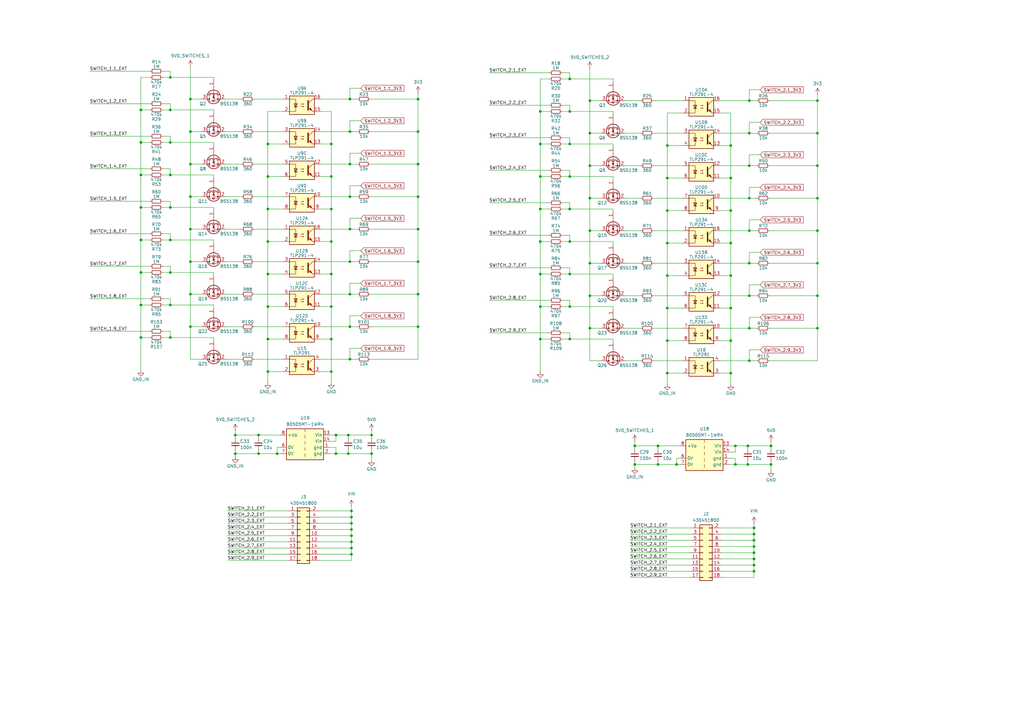
<source format=kicad_sch>
(kicad_sch (version 20231120) (generator "eeschema") (generator_version "8.0")
  (paper "A3")
  (junction (at 483.235 110.49))
  (junction (at 143.51 40.64))
  (junction (at 299.72 153.035))
  (junction (at 144.145 219.71))
  (junction (at 584.835 92.71))
  (junction (at 69.85 58.42))
  (junction (at 78.105 80.645))
  (junction (at 78.105 93.98))
  (junction (at 143.51 53.975))
  (junction (at 135.89 99.06))
  (junction (at 96.52 178.435))
  (junction (at 135.89 125.73))
  (junction (at 542.925 217.805))
  (junction (at 143.51 120.65))
  (junction (at 585.47 -22.86))
  (junction (at 557.53 30.48))
  (junction (at 109.855 59.055))
  (junction (at 483.235 97.155))
  (junction (at 69.85 138.43))
  (junction (at 523.875 48.895))
  (junction (at 549.91 8.89))
  (junction (at 106.045 186.055))
  (junction (at 307.34 81.28))
  (junction (at 483.87 -18.415))
  (junction (at 241.935 107.95))
  (junction (at 78.105 53.975))
  (junction (at 491.49 92.71))
  (junction (at 557.53 43.815))
  (junction (at 309.245 226.695))
  (junction (at 557.53 3.81))
  (junction (at 241.935 94.615))
  (junction (at 335.28 54.61))
  (junction (at 471.805 -5.08))
  (junction (at 137.795 178.435))
  (junction (at 143.51 147.32))
  (junction (at 57.785 111.76))
  (junction (at 299.72 86.36))
  (junction (at 221.615 99.06))
  (junction (at 556.895 132.715))
  (junction (at 171.45 40.64))
  (junction (at 69.85 98.425))
  (junction (at 335.28 81.28))
  (junction (at 143.51 133.985))
  (junction (at 549.275 124.46))
  (junction (at 137.795 186.055))
  (junction (at 171.45 93.98))
  (junction (at 523.24 137.795))
  (junction (at 307.34 107.95))
  (junction (at 269.875 182.88))
  (junction (at 585.47 -36.195))
  (junction (at 585.47 17.145))
  (junction (at 483.87 -45.085))
  (junction (at 483.87 21.59))
  (junction (at 542.925 222.885))
  (junction (at 523.875 35.56))
  (junction (at 483.87 34.925))
  (junction (at 233.68 59.055))
  (junction (at 171.45 120.65))
  (junction (at 143.51 80.645))
  (junction (at 144.145 214.63))
  (junction (at 542.925 210.185))
  (junction (at 510.54 183.515))
  (junction (at 335.28 67.945))
  (junction (at 585.47 3.81))
  (junction (at 306.705 190.5))
  (junction (at 549.275 175.895))
  (junction (at 483.235 83.82))
  (junction (at 523.875 62.23))
  (junction (at 233.68 72.39))
  (junction (at 233.68 139.065))
  (junction (at 307.34 54.61))
  (junction (at 221.615 112.395))
  (junction (at 307.34 67.945))
  (junction (at 309.245 229.235))
  (junction (at 221.615 45.72))
  (junction (at 152.4 186.055))
  (junction (at 260.35 182.88))
  (junction (at 69.85 85.09))
  (junction (at 542.925 212.725))
  (junction (at 471.805 8.255))
  (junction (at 273.685 126.365))
  (junction (at 523.875 -4.445))
  (junction (at 221.615 85.725))
  (junction (at 316.23 190.5))
  (junction (at 135.89 152.4))
  (junction (at 556.895 106.045))
  (junction (at 539.75 175.895))
  (junction (at 299.72 139.7))
  (junction (at 542.925 220.345))
  (junction (at 335.28 41.275))
  (junction (at 273.685 59.69))
  (junction (at 523.875 22.225))
  (junction (at 523.24 111.125))
  (junction (at 534.67 175.895))
  (junction (at 492.125 -9.525))
  (junction (at 492.125 -36.195))
  (junction (at 273.685 86.36))
  (junction (at 78.105 67.31))
  (junction (at 273.685 139.7))
  (junction (at 241.935 121.285))
  (junction (at 57.785 58.42))
  (junction (at 542.925 241.935))
  (junction (at 491.49 106.045))
  (junction (at 549.275 137.795))
  (junction (at 106.045 178.435))
  (junction (at 78.105 133.985))
  (junction (at 316.23 182.88))
  (junction (at 152.4 178.435))
  (junction (at 109.855 85.725))
  (junction (at 241.935 54.61))
  (junction (at 273.685 113.03))
  (junction (at 306.705 182.88))
  (junction (at 143.51 107.315))
  (junction (at 309.245 221.615))
  (junction (at 135.89 139.065))
  (junction (at 539.75 183.515))
  (junction (at 171.45 67.31))
  (junction (at 309.245 219.075))
  (junction (at 260.35 190.5))
  (junction (at 557.53 -9.525))
  (junction (at 109.855 139.065))
  (junction (at 549.91 -17.78))
  (junction (at 502.92 183.515))
  (junction (at 307.34 41.275))
  (junction (at 492.125 43.815))
  (junction (at 549.275 111.125))
  (junction (at 221.615 139.065))
  (junction (at 557.53 57.15))
  (junction (at 135.89 72.39))
  (junction (at 144.145 217.17))
  (junction (at 144.145 224.79))
  (junction (at 542.925 239.395))
  (junction (at 471.17 110.49))
  (junction (at 233.68 85.725))
  (junction (at 585.47 30.48))
  (junction (at 78.105 120.65))
  (junction (at 301.625 190.5))
  (junction (at 492.125 -22.86))
  (junction (at 57.785 71.755))
  (junction (at 113.665 186.055))
  (junction (at 144.145 227.33))
  (junction (at 492.125 17.145))
  (junction (at 557.53 17.145))
  (junction (at 309.245 216.535))
  (junction (at 221.615 59.055))
  (junction (at 241.935 81.28))
  (junction (at 523.875 -17.78))
  (junction (at 96.52 186.055))
  (junction (at 502.92 175.895))
  (junction (at 307.34 121.285))
  (junction (at 171.45 107.315))
  (junction (at 549.91 35.56))
  (junction (at 135.89 59.055))
  (junction (at 57.785 125.095))
  (junction (at 335.28 134.62))
  (junction (at 233.68 112.395))
  (junction (at 143.51 67.31))
  (junction (at 492.125 30.48))
  (junction (at 307.34 147.955))
  (junction (at 549.91 22.225))
  (junction (at 307.34 94.615))
  (junction (at 585.47 -9.525))
  (junction (at 542.925 215.265))
  (junction (at 57.785 98.425))
  (junction (at 78.105 107.315))
  (junction (at 144.145 222.25))
  (junction (at 221.615 72.39))
  (junction (at 309.245 231.775))
  (junction (at 273.685 99.695))
  (junction (at 483.87 48.26))
  (junction (at 135.89 85.725))
  (junction (at 491.49 119.38))
  (junction (at 109.855 112.395))
  (junction (at 534.67 183.515))
  (junction (at 471.805 34.925))
  (junction (at 171.45 53.975))
  (junction (at 556.895 92.71))
  (junction (at 69.85 45.085))
  (junction (at 483.235 123.825))
  (junction (at 109.855 152.4))
  (junction (at 143.51 93.98))
  (junction (at 471.805 48.26))
  (junction (at 549.275 183.515))
  (junction (at 335.28 121.285))
  (junction (at 109.855 125.73))
  (junction (at 556.895 119.38))
  (junction (at 109.855 99.06))
  (junction (at 523.875 8.89))
  (junction (at 549.91 48.895))
  (junction (at 585.47 43.815))
  (junction (at 78.105 40.64))
  (junction (at 471.805 -31.75))
  (junction (at 301.625 182.88))
  (junction (at 69.85 71.755))
  (junction (at 299.72 113.03))
  (junction (at 135.89 112.395))
  (junction (at 241.935 134.62))
  (junction (at 142.875 186.055))
  (junction (at 299.72 73.025))
  (junction (at 471.805 -18.415))
  (junction (at 233.68 125.73))
  (junction (at 542.925 236.855))
  (junction (at 299.72 59.69))
  (junction (at 233.68 99.06))
  (junction (at 523.24 124.46))
  (junction (at 273.685 73.025))
  (junction (at 309.245 234.315))
  (junction (at 471.17 97.155))
  (junction (at 57.785 85.09))
  (junction (at 269.875 190.5))
  (junction (at 557.53 -36.195))
  (junction (at 171.45 80.645))
  (junction (at 233.68 45.72))
  (junction (at 584.835 106.045))
  (junction (at 483.87 -31.75))
  (junction (at 273.685 153.035))
  (junction (at 542.925 207.645))
  (junction (at 335.28 94.615))
  (junction (at 549.91 -4.445))
  (junction (at 471.17 123.825))
  (junction (at 144.145 212.09))
  (junction (at 493.395 175.895))
  (junction (at 57.785 138.43))
  (junction (at 492.125 3.81))
  (junction (at 57.785 45.085))
  (junction (at 299.72 99.695))
  (junction (at 493.395 183.515))
  (junction (at 549.91 62.23))
  (junction (at 69.85 111.76))
  (junction (at 233.68 32.385))
  (junction (at 277.495 190.5))
  (junction (at 307.34 134.62))
  (junction (at 309.245 224.155))
  (junction (at 109.855 72.39))
  (junction (at 335.28 107.95))
  (junction (at 241.935 41.275))
  (junction (at 299.72 126.365))
  (junction (at 584.835 119.38))
  (junction (at 142.875 178.435))
  (junction (at 144.145 209.55))
  (junction (at 483.87 8.255))
  (junction (at 69.85 31.75))
  (junction (at 483.87 -5.08))
  (junction (at 471.805 21.59))
  (junction (at 69.85 125.095))
  (junction (at 221.615 125.73))
  (junction (at 557.53 -22.86))
  (junction (at 171.45 133.985))
  (junction (at 241.935 67.945))
  (wire (pts (xy 471.17 97.155) (xy 471.17 110.49)))
  (wire (pts (xy 230.505 45.72) (xy 233.68 45.72)))
  (wire (pts (xy 171.45 53.975) (xy 171.45 67.31)))
  (wire (pts (xy 171.45 133.985) (xy 171.45 147.32)))
  (wire (pts (xy 523.875 -17.78) (xy 530.225 -17.78)))
  (wire (pts (xy 152.4 178.435) (xy 152.4 179.705)))
  (wire (pts (xy 557.53 -22.86) (xy 557.53 -27.305)))
  (wire (pts (xy 137.795 178.435) (xy 142.875 178.435)))
  (wire (pts (xy 480.695 -45.085) (xy 483.87 -45.085)))
  (wire (pts (xy 295.275 41.275) (xy 307.34 41.275)))
  (wire (pts (xy 523.875 35.56) (xy 523.875 48.895)))
  (wire (pts (xy 233.68 99.06) (xy 251.46 99.06)))
  (wire (pts (xy 78.105 147.32) (xy 78.105 133.985)))
  (wire (pts (xy 258.445 234.315) (xy 283.21 234.315)))
  (wire (pts (xy 130.81 224.79) (xy 144.145 224.79)))
  (wire (pts (xy 307.34 90.17) (xy 311.785 90.17)))
  (wire (pts (xy 109.855 85.725) (xy 109.855 99.06)))
  (wire (pts (xy 585.47 -36.195) (xy 585.47 -22.86)))
  (wire (pts (xy 78.105 53.975) (xy 82.55 53.975)))
  (wire (pts (xy 143.51 147.32) (xy 146.685 147.32)))
  (wire (pts (xy 241.935 67.945) (xy 241.935 54.61)))
  (wire (pts (xy 557.53 -36.195) (xy 557.53 -40.64)))
  (wire (pts (xy 273.685 46.355) (xy 280.035 46.355)))
  (wire (pts (xy 135.89 59.055) (xy 135.89 72.39)))
  (wire (pts (xy 273.685 126.365) (xy 273.685 139.7)))
  (wire (pts (xy 295.91 226.695) (xy 309.245 226.695)))
  (wire (pts (xy 315.595 67.945) (xy 335.28 67.945)))
  (wire (pts (xy 295.275 107.95) (xy 307.34 107.95)))
  (wire (pts (xy 480.06 110.49) (xy 483.235 110.49)))
  (wire (pts (xy 493.395 173.99) (xy 493.395 175.895)))
  (wire (pts (xy 230.505 123.19) (xy 233.68 123.19)))
  (wire (pts (xy 130.81 229.87) (xy 144.145 229.87)))
  (wire (pts (xy 471.805 48.26) (xy 475.615 48.26)))
  (wire (pts (xy 273.685 46.355) (xy 273.685 59.69)))
  (wire (pts (xy 78.105 107.315) (xy 82.55 107.315)))
  (wire (pts (xy 309.245 231.775) (xy 309.245 234.315)))
  (wire (pts (xy 492.125 215.265) (xy 516.89 215.265)))
  (wire (pts (xy 450.85 -34.29) (xy 475.615 -34.29)))
  (wire (pts (xy 277.495 187.96) (xy 278.765 187.96)))
  (wire (pts (xy 113.665 183.515) (xy 114.935 183.515)))
  (wire (pts (xy 480.695 48.26) (xy 483.87 48.26)))
  (wire (pts (xy 542.925 217.805) (xy 542.925 220.345)))
  (wire (pts (xy 501.65 49.53) (xy 501.65 48.26)))
  (wire (pts (xy 299.72 139.7) (xy 299.72 153.035)))
  (wire (pts (xy 529.59 236.855) (xy 542.925 236.855)))
  (wire (pts (xy 510.54 183.515) (xy 511.81 183.515)))
  (wire (pts (xy 221.615 99.06) (xy 225.425 99.06)))
  (wire (pts (xy 87.63 99.695) (xy 87.63 98.425)))
  (wire (pts (xy 307.34 54.61) (xy 307.34 50.165)))
  (wire (pts (xy 230.505 139.065) (xy 233.68 139.065)))
  (wire (pts (xy 471.17 123.825) (xy 474.98 123.825)))
  (wire (pts (xy 233.68 56.515) (xy 233.68 59.055)))
  (wire (pts (xy 295.91 231.775) (xy 309.245 231.775)))
  (wire (pts (xy 450.215 107.95) (xy 474.98 107.95)))
  (wire (pts (xy 144.145 214.63) (xy 144.145 217.17)))
  (wire (pts (xy 483.235 107.95) (xy 483.235 110.49)))
  (wire (pts (xy 82.55 80.645) (xy 78.105 80.645)))
  (wire (pts (xy 510.54 180.975) (xy 511.81 180.975)))
  (wire (pts (xy 491.49 92.71) (xy 491.49 79.375)))
  (wire (pts (xy 523.875 -4.445) (xy 530.225 -4.445)))
  (wire (pts (xy 151.765 107.315) (xy 171.45 107.315)))
  (wire (pts (xy 233.68 59.055) (xy 251.46 59.055)))
  (wire (pts (xy 299.085 187.96) (xy 301.625 187.96)))
  (wire (pts (xy 501.65 -30.48) (xy 501.65 -31.75)))
  (wire (pts (xy 295.91 216.535) (xy 309.245 216.535)))
  (wire (pts (xy 93.345 214.63) (xy 118.11 214.63)))
  (wire (pts (xy 66.675 138.43) (xy 69.85 138.43)))
  (wire (pts (xy 221.615 45.72) (xy 225.425 45.72)))
  (wire (pts (xy 273.685 113.03) (xy 280.035 113.03)))
  (wire (pts (xy 130.81 227.33) (xy 144.145 227.33)))
  (wire (pts (xy 545.465 -17.78) (xy 549.91 -17.78)))
  (wire (pts (xy 151.765 93.98) (xy 171.45 93.98)))
  (wire (pts (xy 491.49 106.045) (xy 491.49 92.71)))
  (wire (pts (xy 480.695 19.05) (xy 483.87 19.05)))
  (wire (pts (xy 267.97 121.285) (xy 280.035 121.285)))
  (wire (pts (xy 315.595 54.61) (xy 335.28 54.61)))
  (wire (pts (xy 267.97 134.62) (xy 280.035 134.62)))
  (wire (pts (xy 143.51 80.645) (xy 146.685 80.645)))
  (wire (pts (xy 542.925 222.885) (xy 542.925 225.425)))
  (wire (pts (xy 316.23 182.88) (xy 316.23 184.15)))
  (wire (pts (xy 82.55 147.32) (xy 78.105 147.32)))
  (wire (pts (xy 471.17 83.82) (xy 471.17 97.155)))
  (wire (pts (xy 57.785 98.425) (xy 57.785 111.76)))
  (wire (pts (xy 131.445 40.64) (xy 143.51 40.64)))
  (wire (pts (xy 471.805 -31.75) (xy 471.805 -18.415)))
  (wire (pts (xy 480.695 -5.08) (xy 483.87 -5.08)))
  (wire (pts (xy 307.34 81.28) (xy 310.515 81.28)))
  (wire (pts (xy 109.855 112.395) (xy 109.855 125.73)))
  (wire (pts (xy 66.675 45.085) (xy 69.85 45.085)))
  (wire (pts (xy 295.275 126.365) (xy 299.72 126.365)))
  (wire (pts (xy 549.91 48.895) (xy 549.91 62.23)))
  (wire (pts (xy 106.045 178.435) (xy 114.935 178.435)))
  (wire (pts (xy 483.235 121.285) (xy 483.235 123.825)))
  (wire (pts (xy 483.87 -7.62) (xy 483.87 -5.08)))
  (wire (pts (xy 143.51 80.645) (xy 143.51 76.2)))
  (wire (pts (xy 200.66 29.845) (xy 225.425 29.845)))
  (wire (pts (xy 57.785 31.75) (xy 61.595 31.75)))
  (wire (pts (xy 233.68 139.065) (xy 251.46 139.065)))
  (wire (pts (xy 269.875 189.23) (xy 269.875 190.5)))
  (wire (pts (xy 66.675 135.89) (xy 69.85 135.89)))
  (wire (pts (xy 251.46 100.33) (xy 251.46 99.06)))
  (wire (pts (xy 295.275 94.615) (xy 307.34 94.615)))
  (wire (pts (xy 532.13 183.515) (xy 534.67 183.515)))
  (wire (pts (xy 233.68 136.525) (xy 233.68 139.065)))
  (wire (pts (xy 335.28 41.275) (xy 335.28 54.61)))
  (wire (pts (xy 532.13 175.895) (xy 534.67 175.895)))
  (wire (pts (xy 539.75 175.895) (xy 539.75 177.165)))
  (wire (pts (xy 143.51 67.31) (xy 143.51 62.865)))
  (wire (pts (xy 200.66 56.515) (xy 225.425 56.515)))
  (wire (pts (xy 584.835 106.045) (xy 584.835 119.38)))
  (wire (pts (xy 241.935 94.615) (xy 246.38 94.615)))
  (wire (pts (xy 523.24 124.46) (xy 523.24 137.795)))
  (wire (pts (xy 151.765 40.64) (xy 171.45 40.64)))
  (wire (pts (xy 143.51 133.985) (xy 143.51 129.54)))
  (wire (pts (xy 556.895 88.265) (xy 561.34 88.265)))
  (wire (pts (xy 492.125 241.935) (xy 516.89 241.935)))
  (wire (pts (xy 492.125 -36.195) (xy 496.57 -36.195)))
  (wire (pts (xy 277.495 187.96) (xy 277.495 190.5)))
  (wire (pts (xy 471.805 48.26) (xy 471.805 61.595)))
  (wire (pts (xy 529.59 215.265) (xy 542.925 215.265)))
  (wire (pts (xy 241.935 54.61) (xy 241.935 41.275)))
  (wire (pts (xy 256.54 121.285) (xy 262.89 121.285)))
  (wire (pts (xy 483.87 -20.955) (xy 483.87 -18.415)))
  (wire (pts (xy 200.66 83.185) (xy 225.425 83.185)))
  (wire (pts (xy 534.67 180.975) (xy 534.67 183.515)))
  (wire (pts (xy 492.125 212.725) (xy 516.89 212.725)))
  (wire (pts (xy 57.785 45.085) (xy 61.595 45.085)))
  (wire (pts (xy 518.16 -22.86) (xy 530.225 -22.86)))
  (wire (pts (xy 557.53 39.37) (xy 561.975 39.37)))
  (wire (pts (xy 523.875 35.56) (xy 530.225 35.56)))
  (wire (pts (xy 267.97 107.95) (xy 280.035 107.95)))
  (wire (pts (xy 565.785 43.815) (xy 585.47 43.815)))
  (wire (pts (xy 66.675 29.21) (xy 69.85 29.21)))
  (wire (pts (xy 106.045 184.785) (xy 106.045 186.055)))
  (wire (pts (xy 144.145 219.71) (xy 144.145 222.25)))
  (wire (pts (xy 36.83 109.22) (xy 61.595 109.22)))
  (wire (pts (xy 471.805 21.59) (xy 471.805 34.925)))
  (wire (pts (xy 483.87 -18.415) (xy 501.65 -18.415)))
  (wire (pts (xy 501.015 125.095) (xy 501.015 123.825)))
  (wire (pts (xy 96.52 176.53) (xy 96.52 178.435)))
  (wire (pts (xy 109.855 45.72) (xy 116.205 45.72)))
  (wire (pts (xy 230.505 83.185) (xy 233.68 83.185)))
  (wire (pts (xy 518.16 17.145) (xy 530.225 17.145)))
  (wire (pts (xy 506.095 119.38) (xy 512.445 119.38)))
  (wire (pts (xy 480.06 81.28) (xy 483.235 81.28)))
  (wire (pts (xy 256.54 54.61) (xy 262.89 54.61)))
  (wire (pts (xy 171.45 107.315) (xy 171.45 120.65)))
  (wire (pts (xy 109.855 139.065) (xy 116.205 139.065)))
  (wire (pts (xy 480.695 45.72) (xy 483.87 45.72)))
  (wire (pts (xy 471.805 -31.75) (xy 475.615 -31.75)))
  (wire (pts (xy 69.85 31.75) (xy 87.63 31.75)))
  (wire (pts (xy 496.57 3.81) (xy 492.125 3.81)))
  (wire (pts (xy 471.805 -18.415) (xy 475.615 -18.415)))
  (wire (pts (xy 306.705 189.23) (xy 306.705 190.5)))
  (wire (pts (xy 315.595 41.275) (xy 335.28 41.275)))
  (wire (pts (xy 491.49 132.715) (xy 491.49 119.38)))
  (wire (pts (xy 549.91 22.225) (xy 549.91 35.56)))
  (wire (pts (xy 565.785 3.81) (xy 585.47 3.81)))
  (wire (pts (xy 109.855 72.39) (xy 109.855 85.725)))
  (wire (pts (xy 557.53 52.705) (xy 561.975 52.705)))
  (wire (pts (xy 480.695 -31.75) (xy 483.87 -31.75)))
  (wire (pts (xy 557.53 30.48) (xy 557.53 26.035)))
  (wire (pts (xy 57.785 125.095) (xy 57.785 138.43)))
  (wire (pts (xy 142.875 186.055) (xy 152.4 186.055)))
  (wire (pts (xy 502.92 175.895) (xy 511.81 175.895)))
  (wire (pts (xy 295.275 113.03) (xy 299.72 113.03)))
  (wire (pts (xy 135.89 152.4) (xy 135.89 156.845)))
  (wire (pts (xy 501.65 22.86) (xy 501.65 21.59)))
  (wire (pts (xy 260.35 180.975) (xy 260.35 182.88)))
  (wire (pts (xy 545.465 57.15) (xy 557.53 57.15)))
  (wire (pts (xy 309.245 226.695) (xy 309.245 229.235)))
  (wire (pts (xy 87.63 126.365) (xy 87.63 125.095)))
  (wire (pts (xy 523.24 111.125) (xy 523.24 124.46)))
  (wire (pts (xy 517.525 119.38) (xy 529.59 119.38)))
  (wire (pts (xy 78.105 133.985) (xy 78.105 120.65)))
  (wire (pts (xy 92.71 40.64) (xy 99.06 40.64)))
  (wire (pts (xy 556.895 106.045) (xy 560.07 106.045)))
  (wire (pts (xy 301.625 182.88) (xy 306.705 182.88)))
  (wire (pts (xy 523.24 111.125) (xy 529.59 111.125)))
  (wire (pts (xy 471.17 83.82) (xy 474.98 83.82)))
  (wire (pts (xy 82.55 133.985) (xy 78.105 133.985)))
  (wire (pts (xy 483.87 21.59) (xy 501.65 21.59)))
  (wire (pts (xy 483.87 5.715) (xy 483.87 8.255)))
  (wire (pts (xy 315.595 134.62) (xy 335.28 134.62)))
  (wire (pts (xy 135.255 183.515) (xy 137.795 183.515)))
  (wire (pts (xy 335.28 107.95) (xy 335.28 121.285)))
  (wire (pts (xy 36.83 135.89) (xy 61.595 135.89)))
  (wire (pts (xy 565.15 132.715) (xy 584.835 132.715)))
  (wire (pts (xy 66.675 95.885) (xy 69.85 95.885)))
  (wire (pts (xy 471.805 -5.08) (xy 471.805 8.255)))
  (wire (pts (xy 246.38 134.62) (xy 241.935 134.62)))
  (wire (pts (xy 501.015 111.76) (xy 501.015 110.49)))
  (wire (pts (xy 493.395 183.515) (xy 502.92 183.515)))
  (wire (pts (xy 109.855 152.4) (xy 116.205 152.4)))
  (wire (pts (xy 545.465 17.145) (xy 557.53 17.145)))
  (wire (pts (xy 335.28 54.61) (xy 335.28 67.945)))
  (wire (pts (xy 544.83 124.46) (xy 549.275 124.46)))
  (wire (pts (xy 87.63 59.69) (xy 87.63 58.42)))
  (wire (pts (xy 307.34 147.955) (xy 310.515 147.955)))
  (wire (pts (xy 93.345 222.25) (xy 118.11 222.25)))
  (wire (pts (xy 256.54 134.62) (xy 262.89 134.62)))
  (wire (pts (xy 523.875 -17.78) (xy 523.875 -4.445)))
  (wire (pts (xy 69.85 29.21) (xy 69.85 31.75)))
  (wire (pts (xy 143.51 107.315) (xy 146.685 107.315)))
  (wire (pts (xy 532.13 180.975) (xy 534.67 180.975)))
  (wire (pts (xy 585.47 43.815) (xy 585.47 57.15)))
  (wire (pts (xy 480.695 -18.415) (xy 483.87 -18.415)))
  (wire (pts (xy 273.685 73.025) (xy 273.685 86.36)))
  (wire (pts (xy 471.17 97.155) (xy 474.98 97.155)))
  (wire (pts (xy 57.785 125.095) (xy 61.595 125.095)))
  (wire (pts (xy 557.53 -27.305) (xy 561.975 -27.305)))
  (wire (pts (xy 142.875 178.435) (xy 152.4 178.435)))
  (wire (pts (xy 66.675 125.095) (xy 69.85 125.095)))
  (wire (pts (xy 496.57 57.15) (xy 492.125 57.15)))
  (wire (pts (xy 230.505 96.52) (xy 233.68 96.52)))
  (wire (pts (xy 529.59 212.725) (xy 542.925 212.725)))
  (wire (pts (xy 506.73 30.48) (xy 513.08 30.48)))
  (wire (pts (xy 135.255 178.435) (xy 137.795 178.435)))
  (wire (pts (xy 471.805 8.255) (xy 471.805 21.59)))
  (wire (pts (xy 557.53 -13.97) (xy 561.975 -13.97)))
  (wire (pts (xy 307.34 94.615) (xy 307.34 90.17)))
  (wire (pts (xy 78.105 93.98) (xy 82.55 93.98)))
  (wire (pts (xy 450.85 19.05) (xy 475.615 19.05)))
  (wire (pts (xy 557.53 17.145) (xy 557.53 12.7)))
  (wire (pts (xy 104.14 67.31) (xy 116.205 67.31)))
  (wire (pts (xy 273.685 153.035) (xy 280.035 153.035)))
  (wire (pts (xy 143.51 89.535) (xy 147.955 89.535)))
  (wire (pts (xy 251.46 139.065) (xy 251.46 140.335)))
  (wire (pts (xy 96.52 178.435) (xy 96.52 179.705)))
  (wire (pts (xy 549.275 137.795) (xy 549.275 140.97)))
  (wire (pts (xy 529.59 217.805) (xy 542.925 217.805)))
  (wire (pts (xy 518.16 -9.525) (xy 530.225 -9.525)))
  (wire (pts (xy 483.235 94.615) (xy 483.235 97.155)))
  (wire (pts (xy 131.445 112.395) (xy 135.89 112.395)))
  (wire (pts (xy 233.68 109.855) (xy 233.68 112.395)))
  (wire (pts (xy 96.52 186.055) (xy 106.045 186.055)))
  (wire (pts (xy 307.34 116.84) (xy 311.785 116.84)))
  (wire (pts (xy 57.785 58.42) (xy 57.785 71.755)))
  (wire (pts (xy 480.06 121.285) (xy 483.235 121.285)))
  (wire (pts (xy 57.785 98.425) (xy 61.595 98.425)))
  (wire (pts (xy 143.51 107.315) (xy 143.51 102.87)))
  (wire (pts (xy 480.06 97.155) (xy 483.235 97.155)))
  (wire (pts (xy 450.85 -20.955) (xy 475.615 -20.955)))
  (wire (pts (xy 307.34 134.62) (xy 307.34 130.175)))
  (wire (pts (xy 143.51 67.31) (xy 146.685 67.31)))
  (wire (pts (xy 69.85 42.545) (xy 69.85 45.085)))
  (wire (pts (xy 307.34 143.51) (xy 311.785 143.51)))
  (wire (pts (xy 106.045 186.055) (xy 113.665 186.055)))
  (wire (pts (xy 131.445 53.975) (xy 143.51 53.975)))
  (wire (pts (xy 221.615 72.39) (xy 225.425 72.39)))
  (wire (pts (xy 273.685 59.69) (xy 280.035 59.69)))
  (wire (pts (xy 131.445 99.06) (xy 135.89 99.06)))
  (wire (pts (xy 233.68 43.18) (xy 233.68 45.72)))
  (wire (pts (xy 506.73 43.815) (xy 513.08 43.815)))
  (wire (pts (xy 69.85 71.755) (xy 87.63 71.755)))
  (wire (pts (xy 273.685 86.36) (xy 273.685 99.695)))
  (wire (pts (xy 309.245 214.63) (xy 309.245 216.535)))
  (wire (pts (xy 492.125 -9.525) (xy 492.125 -22.86)))
  (wire (pts (xy 483.87 45.72) (xy 483.87 48.26)))
  (wire (pts (xy 565.785 57.15) (xy 585.47 57.15)))
  (wire (pts (xy 480.695 -34.29) (xy 483.87 -34.29)))
  (wire (pts (xy 233.68 29.845) (xy 233.68 32.385)))
  (wire (pts (xy 544.83 92.71) (xy 556.895 92.71)))
  (wire (pts (xy 258.445 216.535) (xy 283.21 216.535)))
  (wire (pts (xy 78.105 67.31) (xy 78.105 53.975)))
  (wire (pts (xy 517.525 106.045) (xy 529.59 106.045)))
  (wire (pts (xy 335.28 121.285) (xy 335.28 134.62)))
  (wire (pts (xy 69.85 55.88) (xy 69.85 58.42)))
  (wire (pts (xy 307.34 36.83) (xy 311.785 36.83)))
  (wire (pts (xy 471.17 110.49) (xy 471.17 123.825)))
  (wire (pts (xy 273.685 73.025) (xy 280.035 73.025)))
  (wire (pts (xy 260.35 190.5) (xy 269.875 190.5)))
  (wire (pts (xy 542.925 207.645) (xy 542.925 210.185)))
  (wire (pts (xy 316.23 189.23) (xy 316.23 190.5)))
  (wire (pts (xy 87.63 113.03) (xy 87.63 111.76)))
  (wire (pts (xy 506.73 3.81) (xy 513.08 3.81)))
  (wire (pts (xy 506.73 17.145) (xy 513.08 17.145)))
  (wire (pts (xy 109.855 112.395) (xy 116.205 112.395)))
  (wire (pts (xy 545.465 -4.445) (xy 549.91 -4.445)))
  (wire (pts (xy 544.83 137.795) (xy 549.275 137.795)))
  (wire (pts (xy 506.73 -9.525) (xy 513.08 -9.525)))
  (wire (pts (xy 502.92 182.245) (xy 502.92 183.515)))
  (wire (pts (xy 233.68 112.395) (xy 251.46 112.395)))
  (wire (pts (xy 233.68 32.385) (xy 251.46 32.385)))
  (wire (pts (xy 557.53 -40.64) (xy 561.975 -40.64)))
  (wire (pts (xy 104.14 133.985) (xy 116.205 133.985)))
  (wire (pts (xy 450.85 -7.62) (xy 475.615 -7.62)))
  (wire (pts (xy 315.595 94.615) (xy 335.28 94.615)))
  (wire (pts (xy 307.34 94.615) (xy 310.515 94.615)))
  (wire (pts (xy 492.125 225.425) (xy 516.89 225.425)))
  (wire (pts (xy 200.66 136.525) (xy 225.425 136.525)))
  (wire (pts (xy 523.875 48.895) (xy 530.225 48.895)))
  (wire (pts (xy 267.97 41.275) (xy 280.035 41.275)))
  (wire (pts (xy 556.895 132.715) (xy 560.07 132.715)))
  (wire (pts (xy 557.53 3.81) (xy 560.705 3.81)))
  (wire (pts (xy 69.85 138.43) (xy 87.63 138.43)))
  (wire (pts (xy 131.445 133.985) (xy 143.51 133.985)))
  (wire (pts (xy 542.925 220.345) (xy 542.925 222.885)))
  (wire (pts (xy 556.895 106.045) (xy 556.895 101.6)))
  (wire (pts (xy 585.47 -22.86) (xy 585.47 -9.525)))
  (wire (pts (xy 549.275 111.125) (xy 549.275 124.46)))
  (wire (pts (xy 502.92 183.515) (xy 510.54 183.515)))
  (wire (pts (xy 36.83 42.545) (xy 61.595 42.545)))
  (wire (pts (xy 295.91 224.155) (xy 309.245 224.155)))
  (wire (pts (xy 69.85 111.76) (xy 87.63 111.76)))
  (wire (pts (xy 529.59 222.885) (xy 542.925 222.885)))
  (wire (pts (xy 492.125 17.145) (xy 496.57 17.145)))
  (wire (pts (xy 471.17 110.49) (xy 474.98 110.49)))
  (wire (pts (xy 565.785 -22.86) (xy 585.47 -22.86)))
  (wire (pts (xy 135.89 72.39) (xy 135.89 85.725)))
  (wire (pts (xy 258.445 221.615) (xy 283.21 221.615)))
  (wire (pts (xy 549.91 62.23) (xy 549.91 66.675)))
  (wire (pts (xy 492.125 222.885) (xy 516.89 222.885)))
  (wire (pts (xy 78.105 120.65) (xy 78.105 107.315)))
  (wire (pts (xy 78.105 40.64) (xy 82.55 40.64)))
  (wire (pts (xy 491.49 119.38) (xy 495.935 119.38)))
  (wire (pts (xy 93.345 219.71) (xy 118.11 219.71)))
  (wire (pts (xy 335.28 94.615) (xy 335.28 107.95)))
  (wire (pts (xy 492.125 -22.86) (xy 496.57 -22.86)))
  (wire (pts (xy 471.805 -45.085) (xy 475.615 -45.085)))
  (wire (pts (xy 241.935 147.955) (xy 241.935 134.62)))
  (wire (pts (xy 57.785 138.43) (xy 61.595 138.43)))
  (wire (pts (xy 221.615 32.385) (xy 225.425 32.385)))
  (wire (pts (xy 492.125 43.815) (xy 492.125 30.48)))
  (wire (pts (xy 144.145 212.09) (xy 144.145 214.63)))
  (wire (pts (xy 493.395 175.895) (xy 493.395 177.165)))
  (wire (pts (xy 258.445 226.695) (xy 283.21 226.695)))
  (wire (pts (xy 295.275 46.355) (xy 299.72 46.355)))
  (wire (pts (xy 557.53 30.48) (xy 560.705 30.48)))
  (wire (pts (xy 130.81 209.55) (xy 144.145 209.55)))
  (wire (pts (xy 131.445 107.315) (xy 143.51 107.315)))
  (wire (pts (xy 450.215 94.615) (xy 474.98 94.615)))
  (wire (pts (xy 539.75 175.895) (xy 549.275 175.895)))
  (wire (pts (xy 545.465 3.81) (xy 557.53 3.81)))
  (wire (pts (xy 523.875 48.895) (xy 523.875 62.23)))
  (wire (pts (xy 492.125 -22.86) (xy 492.125 -36.195)))
  (wire (pts (xy 549.91 8.89) (xy 549.91 22.225)))
  (wire (pts (xy 557.53 -9.525) (xy 557.53 -13.97)))
  (wire (pts (xy 523.875 8.89) (xy 530.225 8.89)))
  (wire (pts (xy 130.81 212.09) (xy 144.145 212.09)))
  (wire (pts (xy 549.275 97.79) (xy 549.275 111.125)))
  (wire (pts (xy 273.685 139.7) (xy 280.035 139.7)))
  (wire (pts (xy 104.14 107.315) (xy 116.205 107.315)))
  (wire (pts (xy 221.615 32.385) (xy 221.615 45.72)))
  (wire (pts (xy 144.145 222.25) (xy 144.145 224.79)))
  (wire (pts (xy 307.34 134.62) (xy 310.515 134.62)))
  (wire (pts (xy 104.14 93.98) (xy 116.205 93.98)))
  (wire (pts (xy 565.785 -36.195) (xy 585.47 -36.195)))
  (wire (pts (xy 542.925 236.855) (xy 542.925 239.395)))
  (wire (pts (xy 93.345 227.33) (xy 118.11 227.33)))
  (wire (pts (xy 92.71 133.985) (xy 99.06 133.985)))
  (wire (pts (xy 307.34 121.285) (xy 310.515 121.285)))
  (wire (pts (xy 142.875 178.435) (xy 142.875 179.705)))
  (wire (pts (xy 523.875 -31.115) (xy 523.875 -17.78)))
  (wire (pts (xy 130.81 222.25) (xy 144.145 222.25)))
  (wire (pts (xy 171.45 120.65) (xy 171.45 133.985)))
  (wire (pts (xy 106.045 178.435) (xy 106.045 179.705)))
  (wire (pts (xy 256.54 94.615) (xy 262.89 94.615)))
  (wire (pts (xy 230.505 56.515) (xy 233.68 56.515)))
  (wire (pts (xy 69.85 109.22) (xy 69.85 111.76)))
  (wire (pts (xy 171.45 67.31) (xy 171.45 80.645)))
  (wire (pts (xy 230.505 72.39) (xy 233.68 72.39)))
  (wire (pts (xy 251.46 73.66) (xy 251.46 72.39)))
  (wire (pts (xy 258.445 229.235) (xy 283.21 229.235)))
  (wire (pts (xy 492.125 207.645) (xy 516.89 207.645)))
  (wire (pts (xy 230.505 112.395) (xy 233.68 112.395)))
  (wire (pts (xy 309.245 234.315) (xy 309.245 236.855)))
  (wire (pts (xy 471.805 34.925) (xy 471.805 48.26)))
  (wire (pts (xy 241.935 134.62) (xy 241.935 121.285)))
  (wire (pts (xy 545.465 -31.115) (xy 549.91 -31.115)))
  (wire (pts (xy 306.705 182.88) (xy 306.705 184.15)))
  (wire (pts (xy 529.59 220.345) (xy 542.925 220.345)))
  (wire (pts (xy 230.505 43.18) (xy 233.68 43.18)))
  (wire (pts (xy 492.125 17.145) (xy 492.125 3.81)))
  (wire (pts (xy 523.24 97.79) (xy 523.24 111.125)))
  (wire (pts (xy 69.85 125.095) (xy 87.63 125.095)))
  (wire (pts (xy 92.71 53.975) (xy 99.06 53.975)))
  (wire (pts (xy 273.685 126.365) (xy 280.035 126.365)))
  (wire (pts (xy 109.855 99.06) (xy 109.855 112.395)))
  (wire (pts (xy 256.54 107.95) (xy 262.89 107.95)))
  (wire (pts (xy 78.105 40.64) (xy 78.105 27.305)))
  (wire (pts (xy 506.095 132.715) (xy 512.445 132.715)))
  (wire (pts (xy 273.685 139.7) (xy 273.685 153.035)))
  (wire (pts (xy 549.91 35.56) (xy 549.91 48.895)))
  (wire (pts (xy 299.72 73.025) (xy 299.72 86.36)))
  (wire (pts (xy 241.935 107.95) (xy 241.935 94.615)))
  (wire (pts (xy 542.925 212.725) (xy 542.925 215.265)))
  (wire (pts (xy 295.275 86.36) (xy 299.72 86.36)))
  (wire (pts (xy 295.91 234.315) (xy 309.245 234.315)))
  (wire (pts (xy 295.275 59.69) (xy 299.72 59.69)))
  (wire (pts (xy 307.34 50.165) (xy 311.785 50.165)))
  (wire (pts (xy 109.855 125.73) (xy 116.205 125.73)))
  (wire (pts (xy 200.66 43.18) (xy 225.425 43.18)))
  (wire (pts (xy 143.51 142.875) (xy 147.955 142.875)))
  (wire (pts (xy 556.895 119.38) (xy 556.895 114.935)))
  (wire (pts (xy 269.875 182.88) (xy 269.875 184.15)))
  (wire (pts (xy 557.53 12.7) (xy 561.975 12.7)))
  (wire (pts (xy 230.505 99.06) (xy 233.68 99.06)))
  (wire (pts (xy 258.445 224.155) (xy 283.21 224.155)))
  (wire (pts (xy 501.65 -3.81) (xy 501.65 -5.08)))
  (wire (pts (xy 36.83 95.885) (xy 61.595 95.885)))
  (wire (pts (xy 256.54 81.28) (xy 262.89 81.28)))
  (wire (pts (xy 585.47 3.81) (xy 585.47 17.145)))
  (wire (pts (xy 131.445 45.72) (xy 135.89 45.72)))
  (wire (pts (xy 131.445 85.725) (xy 135.89 85.725)))
  (wire (pts (xy 66.675 98.425) (xy 69.85 98.425)))
  (wire (pts (xy 557.53 3.81) (xy 557.53 -0.635)))
  (wire (pts (xy 87.63 73.025) (xy 87.63 71.755)))
  (wire (pts (xy 221.615 99.06) (xy 221.615 112.395)))
  (wire (pts (xy 295.275 67.945) (xy 307.34 67.945)))
  (wire (pts (xy 273.685 59.69) (xy 273.685 73.025)))
  (wire (pts (xy 143.51 102.87) (xy 147.955 102.87)))
  (wire (pts (xy 506.095 92.71) (xy 512.445 92.71)))
  (wire (pts (xy 131.445 59.055) (xy 135.89 59.055)))
  (wire (pts (xy 545.465 43.815) (xy 557.53 43.815)))
  (wire (pts (xy 534.67 183.515) (xy 539.75 183.515)))
  (wire (pts (xy 221.615 45.72) (xy 221.615 59.055)))
  (wire (pts (xy 556.895 119.38) (xy 560.07 119.38)))
  (wire (pts (xy 492.125 57.15) (xy 492.125 43.815)))
  (wire (pts (xy 491.49 92.71) (xy 495.935 92.71)))
  (wire (pts (xy 299.72 46.355) (xy 299.72 59.69)))
  (wire (pts (xy 131.445 80.645) (xy 143.51 80.645)))
  (wire (pts (xy 545.465 48.895) (xy 549.91 48.895)))
  (wire (pts (xy 539.75 183.515) (xy 549.275 183.515)))
  (wire (pts (xy 471.805 8.255) (xy 475.615 8.255)))
  (wire (pts (xy 523.875 -31.115) (xy 530.225 -31.115)))
  (wire (pts (xy 78.105 80.645) (xy 78.105 67.31)))
  (wire (pts (xy 258.445 236.855) (xy 283.21 236.855)))
  (wire (pts (xy 542.925 234.95) (xy 542.925 236.855)))
  (wire (pts (xy 542.925 241.935) (xy 542.925 244.475)))
  (wire (pts (xy 57.785 71.755) (xy 57.785 85.09)))
  (wire (pts (xy 57.785 45.085) (xy 57.785 58.42)))
  (wire (pts (xy 501.015 98.425) (xy 501.015 97.155)))
  (wire (pts (xy 151.765 133.985) (xy 171.45 133.985)))
  (wire (pts (xy 545.465 22.225) (xy 549.91 22.225)))
  (wire (pts (xy 143.51 40.64) (xy 143.51 36.195)))
  (wire (pts (xy 131.445 67.31) (xy 143.51 67.31)))
  (wire (pts (xy 529.59 207.645) (xy 542.925 207.645)))
  (wire (pts (xy 78.105 93.98) (xy 78.105 80.645)))
  (wire (pts (xy 542.925 210.185) (xy 542.925 212.725)))
  (wire (pts (xy 87.63 138.43) (xy 87.63 139.7)))
  (wire (pts (xy 251.46 33.655) (xy 251.46 32.385)))
  (wire (pts (xy 309.245 224.155) (xy 309.245 226.695)))
  (wire (pts (xy 267.97 94.615) (xy 280.035 94.615)))
  (wire (pts (xy 233.68 85.725) (xy 251.46 85.725)))
  (wire (pts (xy 241.935 41.275) (xy 246.38 41.275)))
  (wire (pts (xy 295.275 139.7) (xy 299.72 139.7)))
  (wire (pts (xy 66.675 31.75) (xy 69.85 31.75)))
  (wire (pts (xy 143.51 93.98) (xy 143.51 89.535)))
  (wire (pts (xy 506.73 -22.86) (xy 513.08 -22.86)))
  (wire (pts (xy 557.53 -9.525) (xy 560.705 -9.525)))
  (wire (pts (xy 585.47 30.48) (xy 585.47 43.815)))
  (wire (pts (xy 483.235 123.825) (xy 501.015 123.825)))
  (wire (pts (xy 269.875 190.5) (xy 277.495 190.5)))
  (wire (pts (xy 480.695 34.925) (xy 483.87 34.925)))
  (wire (pts (xy 492.125 30.48) (xy 492.125 17.145)))
  (wire (pts (xy 36.83 82.55) (xy 61.595 82.55)))
  (wire (pts (xy 104.14 53.975) (xy 116.205 53.975)))
  (wire (pts (xy 109.855 59.055) (xy 116.205 59.055)))
  (wire (pts (xy 483.87 19.05) (xy 483.87 21.59)))
  (wire (pts (xy 57.785 71.755) (xy 61.595 71.755)))
  (wire (pts (xy 518.16 57.15) (xy 530.225 57.15)))
  (wire (pts (xy 295.91 219.075) (xy 309.245 219.075)))
  (wire (pts (xy 36.83 29.21) (xy 61.595 29.21)))
  (wire (pts (xy 307.34 54.61) (xy 310.515 54.61)))
  (wire (pts (xy 301.625 185.42) (xy 301.625 182.88)))
  (wire (pts (xy 309.245 229.235) (xy 309.245 231.775)))
  (wire (pts (xy 135.89 99.06) (xy 135.89 112.395)))
  (wire (pts (xy 480.695 -47.625) (xy 483.87 -47.625)))
  (wire (pts (xy 335.28 38.735) (xy 335.28 41.275)))
  (wire (pts (xy 144.145 207.645) (xy 144.145 209.55)))
  (wire (pts (xy 483.87 -34.29) (xy 483.87 -31.75)))
  (wire (pts (xy 565.785 17.145) (xy 585.47 17.145)))
  (wire (pts (xy 57.785 31.75) (xy 57.785 45.085)))
  (wire (pts (xy 251.46 60.325) (xy 251.46 59.055)))
  (wire (pts (xy 450.215 121.285) (xy 474.98 121.285)))
  (wire (pts (xy 109.855 59.055) (xy 109.855 72.39)))
  (wire (pts (xy 135.89 45.72) (xy 135.89 59.055)))
  (wire (pts (xy 307.34 67.945) (xy 307.34 63.5)))
  (wire (pts (xy 529.59 210.185) (xy 542.925 210.185)))
  (wire (pts (xy 306.705 190.5) (xy 316.23 190.5)))
  (wire (pts (xy 557.53 57.15) (xy 557.53 52.705)))
  (wire (pts (xy 241.935 67.945) (xy 246.38 67.945)))
  (wire (pts (xy 230.505 32.385) (xy 233.68 32.385)))
  (wire (pts (xy 57.785 138.43) (xy 57.785 151.765)))
  (wire (pts (xy 221.615 125.73) (xy 225.425 125.73)))
  (wire (pts (xy 307.34 81.28) (xy 307.34 76.835)))
  (wire (pts (xy 315.595 147.955) (xy 335.28 147.955)))
  (wire (pts (xy 246.38 81.28) (xy 241.935 81.28)))
  (wire (pts (xy 335.28 81.28) (xy 335.28 94.615)))
  (wire (pts (xy 92.71 107.315) (xy 99.06 107.315)))
  (wire (pts (xy 565.15 106.045) (xy 584.835 106.045)))
  (wire (pts (xy 233.68 45.72) (xy 251.46 45.72)))
  (wire (pts (xy 483.87 -47.625) (xy 483.87 -45.085)))
  (wire (pts (xy 450.215 81.28) (xy 474.98 81.28)))
  (wire (pts (xy 295.275 134.62) (xy 307.34 134.62)))
  (wire (pts (xy 230.505 69.85) (xy 233.68 69.85)))
  (wire (pts (xy 130.81 217.17) (xy 144.145 217.17)))
  (wire (pts (xy 221.615 72.39) (xy 221.615 85.725)))
  (wire (pts (xy 135.89 112.395) (xy 135.89 125.73)))
  (wire (pts (xy 260.35 189.23) (xy 260.35 190.5)))
  (wire (pts (xy 36.83 69.215) (xy 61.595 69.215)))
  (wire (pts (xy 104.14 147.32) (xy 116.205 147.32)))
  (wire (pts (xy 57.785 85.09) (xy 57.785 98.425)))
  (wire (pts (xy 492.125 220.345) (xy 516.89 220.345)))
  (wire (pts (xy 549.275 182.245) (xy 549.275 183.515)))
  (wire (pts (xy 565.15 119.38) (xy 584.835 119.38)))
  (wire (pts (xy 200.66 123.19) (xy 225.425 123.19)))
  (wire (pts (xy 471.805 34.925) (xy 475.615 34.925)))
  (wire (pts (xy 501.015 85.09) (xy 501.015 83.82)))
  (wire (pts (xy 93.345 217.17) (xy 118.11 217.17)))
  (wire (pts (xy 267.97 81.28) (xy 280.035 81.28)))
  (wire (pts (xy 523.875 22.225) (xy 530.225 22.225)))
  (wire (pts (xy 501.65 9.525) (xy 501.65 8.255)))
  (wire (pts (xy 69.85 98.425) (xy 87.63 98.425)))
  (wire (pts (xy 260.35 182.88) (xy 269.875 182.88)))
  (wire (pts (xy 143.51 62.865) (xy 147.955 62.865)))
  (wire (pts (xy 92.71 80.645) (xy 99.06 80.645)))
  (wire (pts (xy 307.34 67.945) (xy 310.515 67.945)))
  (wire (pts (xy 545.465 8.89) (xy 549.91 8.89)))
  (wire (pts (xy 66.675 122.555) (xy 69.85 122.555)))
  (wire (pts (xy 137.795 186.055) (xy 142.875 186.055)))
  (wire (pts (xy 144.145 224.79) (xy 144.145 227.33)))
  (wire (pts (xy 549.275 183.515) (xy 549.275 186.055)))
  (wire (pts (xy 492.125 43.815) (xy 496.57 43.815)))
  (wire (pts (xy 309.245 219.075) (xy 309.245 221.615)))
  (wire (pts (xy 230.505 125.73) (xy 233.68 125.73)))
  (wire (pts (xy 66.675 69.215) (xy 69.85 69.215)))
  (wire (pts (xy 69.85 69.215) (xy 69.85 71.755)))
  (wire (pts (xy 510.54 180.975) (xy 510.54 183.515)))
  (wire (pts (xy 233.68 83.185) (xy 233.68 85.725)))
  (wire (pts (xy 534.67 178.435) (xy 534.67 175.895)))
  (wire (pts (xy 534.67 175.895) (xy 539.75 175.895)))
  (wire (pts (xy 506.73 57.15) (xy 513.08 57.15)))
  (wire (pts (xy 523.875 -4.445) (xy 523.875 8.89)))
  (wire (pts (xy 549.275 173.99) (xy 549.275 175.895)))
  (wire (pts (xy 545.465 30.48) (xy 557.53 30.48)))
  (wire (pts (xy 549.275 175.895) (xy 549.275 177.165)))
  (wire (pts (xy 471.805 -18.415) (xy 471.805 -5.08)))
  (wire (pts (xy 483.87 48.26) (xy 501.65 48.26)))
  (wire (pts (xy 233.68 72.39) (xy 251.46 72.39)))
  (wire (pts (xy 109.855 125.73) (xy 109.855 139.065)))
  (wire (pts (xy 130.81 219.71) (xy 144.145 219.71)))
  (wire (pts (xy 93.345 212.09) (xy 118.11 212.09)))
  (wire (pts (xy 251.46 127) (xy 251.46 125.73)))
  (wire (pts (xy 523.24 137.795) (xy 529.59 137.795)))
  (wire (pts (xy 269.875 182.88) (xy 278.765 182.88)))
  (wire (pts (xy 151.765 80.645) (xy 171.45 80.645)))
  (wire (pts (xy 542.925 215.265) (xy 542.925 217.805)))
  (wire (pts (xy 492.125 210.185) (xy 516.89 210.185)))
  (wire (pts (xy 36.83 122.555) (xy 61.595 122.555)))
  (wire (pts (xy 493.395 183.515) (xy 493.395 184.785)))
  (wire (pts (xy 480.06 123.825) (xy 483.235 123.825)))
  (wire (pts (xy 277.495 190.5) (xy 278.765 190.5)))
  (wire (pts (xy 517.525 92.71) (xy 529.59 92.71)))
  (wire (pts (xy 137.795 180.975) (xy 137.795 178.435)))
  (wire (pts (xy 221.615 59.055) (xy 225.425 59.055)))
  (wire (pts (xy 501.65 -17.145) (xy 501.65 -18.415)))
  (wire (pts (xy 143.51 49.53) (xy 147.955 49.53)))
  (wire (pts (xy 492.125 239.395) (xy 516.89 239.395)))
  (wire (pts (xy 144.145 209.55) (xy 144.145 212.09)))
  (wire (pts (xy 109.855 99.06) (xy 116.205 99.06)))
  (wire (pts (xy 143.51 53.975) (xy 143.51 49.53)))
  (wire (pts (xy 131.445 147.32) (xy 143.51 147.32)))
  (wire (pts (xy 131.445 72.39) (xy 135.89 72.39)))
  (wire (pts (xy 143.51 36.195) (xy 147.955 36.195)))
  (wire (pts (xy 256.54 147.955) (xy 262.89 147.955)))
  (wire (pts (xy 315.595 81.28) (xy 335.28 81.28)))
  (wire (pts (xy 256.54 41.275) (xy 262.89 41.275)))
  (wire (pts (xy 556.895 132.715) (xy 556.895 128.27)))
  (wire (pts (xy 480.695 -20.955) (xy 483.87 -20.955)))
  (wire (pts (xy 131.445 125.73) (xy 135.89 125.73)))
  (wire (pts (xy 306.705 182.88) (xy 316.23 182.88)))
  (wire (pts (xy 502.92 175.895) (xy 502.92 177.165)))
  (wire (pts (xy 241.935 81.28) (xy 241.935 67.945)))
  (wire (pts (xy 273.685 86.36) (xy 280.035 86.36)))
  (wire (pts (xy 307.34 107.95) (xy 310.515 107.95)))
  (wire (pts (xy 545.465 -36.195) (xy 557.53 -36.195)))
  (wire (pts (xy 316.23 190.5) (xy 316.23 193.04)))
  (wire (pts (xy 450.85 5.715) (xy 475.615 5.715)))
  (wire (pts (xy 299.72 113.03) (xy 299.72 126.365)))
  (wire (pts (xy 230.505 29.845) (xy 233.68 29.845)))
  (wire (pts (xy 584.835 92.71) (xy 584.835 106.045)))
  (wire (pts (xy 544.83 106.045) (xy 556.895 106.045)))
  (wire (pts (xy 565.785 30.48) (xy 585.47 30.48)))
  (wire (pts (xy 69.85 85.09) (xy 87.63 85.09)))
  (wire (pts (xy 69.85 122.555) (xy 69.85 125.095)))
  (wire (pts (xy 295.275 54.61) (xy 307.34 54.61)))
  (wire (pts (xy 131.445 152.4) (xy 135.89 152.4)))
  (wire (pts (xy 295.91 236.855) (xy 309.245 236.855)))
  (wire (pts (xy 221.615 85.725) (xy 221.615 99.06)))
  (wire (pts (xy 529.59 239.395) (xy 542.925 239.395)))
  (wire (pts (xy 143.51 147.32) (xy 143.51 142.875)))
  (wire (pts (xy 299.72 126.365) (xy 299.72 139.7)))
  (wire (pts (xy 152.4 176.53) (xy 152.4 178.435)))
  (wire (pts (xy 36.83 55.88) (xy 61.595 55.88)))
  (wire (pts (xy 96.52 186.055) (xy 96.52 187.325)))
  (wire (pts (xy 529.59 244.475) (xy 542.925 244.475)))
  (wire (pts (xy 104.14 80.645) (xy 116.205 80.645)))
  (wire (pts (xy 557.53 43.815) (xy 560.705 43.815)))
  (wire (pts (xy 295.275 81.28) (xy 307.34 81.28)))
  (wire (pts (xy 491.49 106.045) (xy 495.935 106.045)))
  (wire (pts (xy 295.275 99.695) (xy 299.72 99.695)))
  (wire (pts (xy 66.675 82.55) (xy 69.85 82.55)))
  (wire (pts (xy 267.97 147.955) (xy 280.035 147.955)))
  (wire (pts (xy 523.24 97.79) (xy 529.59 97.79)))
  (wire (pts (xy 200.66 96.52) (xy 225.425 96.52)))
  (wire (pts (xy 109.855 85.725) (xy 116.205 85.725)))
  (wire (pts (xy 480.695 5.715) (xy 483.87 5.715)))
  (wire (pts (xy 480.06 83.82) (xy 483.235 83.82)))
  (wire (pts (xy 143.51 129.54) (xy 147.955 129.54)))
  (wire (pts (xy 221.615 112.395) (xy 225.425 112.395)))
  (wire (pts (xy 143.51 53.975) (xy 146.685 53.975)))
  (wire (pts (xy 585.47 17.145) (xy 585.47 30.48)))
  (wire (pts (xy 143.51 133.985) (xy 146.685 133.985)))
  (wire (pts (xy 57.785 58.42) (xy 61.595 58.42)))
  (wire (pts (xy 78.105 120.65) (xy 82.55 120.65)))
  (wire (pts (xy 483.87 -5.08) (xy 501.65 -5.08)))
  (wire (pts (xy 309.245 216.535) (xy 309.245 219.075)))
  (wire (pts (xy 171.45 93.98) (xy 171.45 107.315)))
  (wire (pts (xy 585.47 -38.735) (xy 585.47 -36.195)))
  (wire (pts (xy 492.125 3.81) (xy 492.125 -9.525)))
  (wire (pts (xy 230.505 85.725) (xy 233.68 85.725)))
  (wire (pts (xy 299.085 182.88) (xy 301.625 182.88)))
  (wire (pts (xy 557.53 43.815) (xy 557.53 39.37)))
  (wire (pts (xy 518.16 -36.195) (xy 530.225 -36.195)))
  (wire (pts (xy 143.51 76.2) (xy 147.955 76.2)))
  (wire (pts (xy 523.875 8.89) (xy 523.875 22.225)))
  (wire (pts (xy 480.695 8.255) (xy 483.87 8.255)))
  (wire (pts (xy 57.785 111.76) (xy 61.595 111.76)))
  (wire (pts (xy 233.68 96.52) (xy 233.68 99.06)))
  (wire (pts (xy 171.45 38.1) (xy 171.45 40.64)))
  (wire (pts (xy 92.71 147.32) (xy 99.06 147.32)))
  (wire (pts (xy 251.46 86.995) (xy 251.46 85.725)))
  (wire (pts (xy 66.675 55.88) (xy 69.85 55.88)))
  (wire (pts (xy 221.615 85.725) (xy 225.425 85.725)))
  (wire (pts (xy 523.24 137.795) (xy 523.24 140.97)))
  (wire (pts (xy 492.125 -36.195) (xy 492.125 -49.53)))
  (wire (pts (xy 66.675 58.42) (xy 69.85 58.42)))
  (wire (pts (xy 151.765 147.32) (xy 171.45 147.32)))
  (wire (pts (xy 109.855 139.065) (xy 109.855 152.4)))
  (wire (pts (xy 295.275 73.025) (xy 299.72 73.025)))
  (wire (pts (xy 584.835 90.17) (xy 584.835 92.71)))
  (wire (pts (xy 93.345 209.55) (xy 118.11 209.55)))
  (wire (pts (xy 545.465 -9.525) (xy 557.53 -9.525)))
  (wire (pts (xy 171.45 40.64) (xy 171.45 53.975)))
  (wire (pts (xy 69.85 58.42) (xy 87.63 58.42)))
  (wire (pts (xy 295.275 147.955) (xy 307.34 147.955)))
  (wire (pts (xy 131.445 120.65) (xy 143.51 120.65)))
  (wire (pts (xy 78.105 67.31) (xy 82.55 67.31)))
  (wire (pts (xy 585.47 -9.525) (xy 585.47 3.81)))
  (wire (pts (xy 69.85 95.885) (xy 69.85 98.425)))
  (wire (pts (xy 273.685 99.695) (xy 273.685 113.03)))
  (wire (pts (xy 483.87 32.385) (xy 483.87 34.925)))
  (wire (pts (xy 251.46 113.665) (xy 251.46 112.395)))
  (wire (pts (xy 200.66 109.855) (xy 225.425 109.855)))
  (wire (pts (xy 113.665 183.515) (xy 113.665 186.055)))
  (wire (pts (xy 113.665 186.055) (xy 114.935 186.055)))
  (wire (pts (xy 301.625 190.5) (xy 306.705 190.5)))
  (wire (pts (xy 69.85 135.89) (xy 69.85 138.43)))
  (wire (pts (xy 92.71 120.65) (xy 99.06 120.65)))
  (wire (pts (xy 532.13 178.435) (xy 534.67 178.435)))
  (wire (pts (xy 131.445 93.98) (xy 143.51 93.98)))
  (wire (pts (xy 483.87 -45.085) (xy 501.65 -45.085)))
  (wire (pts (xy 501.65 -43.815) (xy 501.65 -45.085)))
  (wire (pts (xy 135.89 125.73) (xy 135.89 139.065)))
  (wire (pts (xy 518.16 30.48) (xy 530.225 30.48)))
  (wire (pts (xy 230.505 59.055) (xy 233.68 59.055)))
  (wire (pts (xy 273.685 99.695) (xy 280.035 99.695)))
  (wire (pts (xy 307.34 107.95) (xy 307.34 103.505)))
  (wire (pts (xy 66.675 109.22) (xy 69.85 109.22)))
  (wire (pts (xy 471.805 21.59) (xy 475.615 21.59)))
  (wire (pts (xy 544.83 97.79) (xy 549.275 97.79)))
  (wire (pts (xy 241.935 41.275) (xy 241.935 27.94)))
  (wire (pts (xy 335.28 67.945) (xy 335.28 81.28)))
  (wire (pts (xy 251.46 46.99) (xy 251.46 45.72)))
  (wire (pts (xy 267.97 67.945) (xy 280.035 67.945)))
  (wire (pts (xy 299.72 86.36) (xy 299.72 99.695)))
  (wire (pts (xy 309.245 221.615) (xy 309.245 224.155)))
  (wire (pts (xy 230.505 136.525) (xy 233.68 136.525)))
  (wire (pts (xy 492.125 236.855) (xy 516.89 236.855)))
  (wire (pts (xy 480.06 94.615) (xy 483.235 94.615)))
  (wire (pts (xy 316.23 180.975) (xy 316.23 182.88)))
  (wire (pts (xy 506.095 106.045) (xy 512.445 106.045)))
  (wire (pts (xy 221.615 59.055) (xy 221.615 72.39)))
  (wire (pts (xy 549.91 -4.445) (xy 549.91 8.89)))
  (wire (pts (xy 260.35 190.5) (xy 260.35 191.77)))
  (wire (pts (xy 152.4 186.055) (xy 152.4 188.595)))
  (wire (pts (xy 556.895 114.935) (xy 561.34 114.935)))
  (wire (pts (xy 143.51 120.65) (xy 146.685 120.65)))
  (wire (pts (xy 584.835 119.38) (xy 584.835 132.715)))
  (wire (pts (xy 450.85 32.385) (xy 475.615 32.385)))
  (wire (pts (xy 471.17 123.825) (xy 471.17 135.89)))
  (wire (pts (xy 565.15 92.71) (xy 584.835 92.71)))
  (wire (pts (xy 135.255 180.975) (xy 137.795 180.975)))
  (wire (pts (xy 171.45 80.645) (xy 171.45 93.98)))
  (wire (pts (xy 104.14 40.64) (xy 116.205 40.64)))
  (wire (pts (xy 241.935 94.615) (xy 241.935 81.28)))
  (wire (pts (xy 295.275 121.285) (xy 307.34 121.285)))
  (wire (pts (xy 518.16 3.81) (xy 530.225 3.81)))
  (wire (pts (xy 299.72 59.69) (xy 299.72 73.025)))
  (wire (pts (xy 273.685 153.035) (xy 273.685 157.48)))
  (wire (pts (xy 273.685 113.03) (xy 273.685 126.365)))
  (wire (pts (xy 565.785 -9.525) (xy 585.47 -9.525)))
  (wire (pts (xy 557.53 -22.86) (xy 560.705 -22.86)))
  (wire (pts (xy 517.525 132.715) (xy 529.59 132.715)))
  (wire (pts (xy 87.63 33.02) (xy 87.63 31.75)))
  (wire (pts (xy 557.53 -36.195) (xy 560.705 -36.195)))
  (wire (pts (xy 143.51 40.64) (xy 146.685 40.64)))
  (wire (pts (xy 66.675 111.76) (xy 69.85 111.76)))
  (wire (pts (xy 93.345 229.87) (xy 118.11 229.87)))
  (wire (pts (xy 549.275 124.46) (xy 549.275 137.795)))
  (wire (pts (xy 241.935 121.285) (xy 241.935 107.95)))
  (wire (pts (xy 492.125 244.475) (xy 516.89 244.475)))
  (wire (pts (xy 556.895 92.71) (xy 556.895 88.265)))
  (wire (pts (xy 267.97 54.61) (xy 280.035 54.61)))
  (wire (pts (xy 471.805 -45.085) (xy 471.805 -31.75)))
  (wire (pts (xy 57.785 85.09) (xy 61.595 85.09)))
  (wire (pts (xy 299.72 153.035) (xy 299.72 157.48)))
  (wire (pts (xy 492.125 30.48) (xy 496.57 30.48)))
  (wire (pts (xy 307.34 41.275) (xy 310.515 41.275)))
  (wire (pts (xy 483.235 97.155) (xy 501.015 97.155)))
  (wire (pts (xy 506.73 -36.195) (xy 513.08 -36.195)))
  (wire (pts (xy 542.925 239.395) (xy 542.925 241.935)))
  (wire (pts (xy 131.445 139.065) (xy 135.89 139.065)))
  (wire (pts (xy 307.34 121.285) (xy 307.34 116.84)))
  (wire (pts (xy 544.83 111.125) (xy 549.275 111.125)))
  (wire (pts (xy 246.38 147.955) (xy 241.935 147.955)))
  (wire (pts (xy 295.275 153.035) (xy 299.72 153.035)))
  (wire (pts (xy 335.28 134.62) (xy 335.28 147.955)))
  (wire (pts (xy 492.125 -9.525) (xy 496.57 -9.525)))
  (wire (pts (xy 230.505 109.855) (xy 233.68 109.855)))
  (wire (pts (xy 450.85 45.72) (xy 475.615 45.72)))
  (wire (pts (xy 200.66 69.85) (xy 225.425 69.85)))
  (wire (pts (xy 299.085 190.5) (xy 301.625 190.5)))
  (wire (pts (xy 104.14 120.65) (xy 116.205 120.65)))
  (wire (pts (xy 307.34 76.835) (xy 311.785 76.835)))
  (wire (pts (xy 495.935 132.715) (xy 491.49 132.715)))
  (wire (pts (xy 539.75 182.245) (xy 539.75 183.515)))
  (wire (pts (xy 233.68 123.19) (xy 233.68 125.73)))
  (wire (pts (xy 299.72 99.695) (xy 299.72 113.03)))
  (wire (pts (xy 241.935 54.61) (xy 246.38 54.61)))
  (wire (pts (xy 143.51 116.205) (xy 147.955 116.205)))
  (wire (pts (xy 557.53 57.15) (xy 560.705 57.15)))
  (wire (pts (xy 130.81 214.63) (xy 144.145 214.63)))
  (wire (pts (xy 480.695 32.385) (xy 483.87 32.385)))
  (wire (pts (xy 529.59 225.425) (xy 542.925 225.425)))
  (wire (pts (xy 557.53 17.145) (xy 560.705 17.145)))
  (wire (pts (xy 501.65 36.195) (xy 501.65 34.925)))
  (wire (pts (xy 135.89 139.065) (xy 135.89 152.4)))
  (wire (pts (xy 315.595 121.285) (xy 335.28 121.285)))
  (wire (pts (xy 66.675 85.09) (xy 69.85 85.09)))
  (wire (pts (xy 529.59 241.935) (xy 542.925 241.935)))
  (wire (pts (xy 142.875 184.785) (xy 142.875 186.055)))
  (wire (pts (xy 92.71 93.98) (xy 99.06 93.98)))
  (wire (pts (xy 221.615 139.065) (xy 221.615 152.4)))
  (wire (pts (xy 256.54 67.945) (xy 262.89 67.945)))
  (wire (pts (xy 483.87 8.255) (xy 501.65 8.255)))
  (wire (pts (xy 233.68 69.85) (xy 233.68 72.39)))
  (wire (pts (xy 87.63 46.355) (xy 87.63 45.085)))
  (wire (pts (xy 556.895 128.27) (xy 561.34 128.27)))
  (wire (pts (xy 523.875 62.23) (xy 530.225 62.23)))
  (wire (pts (xy 480.695 21.59) (xy 483.87 21.59)))
  (wire (pts (xy 491.49 119.38) (xy 491.49 106.045)))
  (wire (pts (xy 523.875 62.23) (xy 523.875 66.675)))
  (wire (pts (xy 109.855 45.72) (xy 109.855 59.055)))
  (wire (pts (xy 151.765 120.65) (xy 171.45 120.65)))
  (wire (pts (xy 557.53 26.035) (xy 561.975 26.035)))
  (wire (pts (xy 518.16 43.815) (xy 530.225 43.815)))
  (wire (pts (xy 151.765 67.31) (xy 171.45 67.31)))
  (wire (pts (xy 241.935 107.95) (xy 246.38 107.95)))
  (wire (pts (xy 143.51 93.98) (xy 146.685 93.98)))
  (wire (pts (xy 523.875 22.225) (xy 523.875 35.56)))
  (wire (pts (xy 307.34 130.175) (xy 311.785 130.175)))
  (wire (pts (xy 96.52 184.785) (xy 96.52 186.055)))
  (wire (pts (xy 471.805 -5.08) (xy 475.615 -5.08)))
  (wire (pts (xy 307.34 103.505) (xy 311.785 103.505)))
  (wire (pts (xy 307.34 63.5) (xy 311.785 63.5)))
  (wire (pts (xy 135.89 85.725) (xy 135.89 99.06)))
  (wire (pts (xy 544.83 132.715) (xy 556.895 132.715)))
  (wire (pts (xy 549.91 -17.78) (xy 549.91 -4.445)))
  (wire (pts (xy 545.465 62.23) (xy 549.91 62.23)))
  (wire (pts (xy 152.4 184.785) (xy 152.4 186.055)))
  (wire (pts (xy 260.35 182.88) (xy 260.35 184.15)))
  (wire (pts (xy 57.785 111.76) (xy 57.785 125.095)))
  (wire (pts (xy 493.395 175.895) (xy 502.92 175.895)))
  (wire (pts (xy 295.91 221.615) (xy 309.245 221.615)))
  (wire (pts (xy 109.855 152.4) (xy 109.855 156.845)))
  (wire (pts (xy 109.855 72.39) (xy 116.205 72.39)))
  (wire (pts (xy 549.91 -31.115) (xy 549.91 -17.78)))
  (wire (pts (xy 143.51 120.65) (xy 143.51 116.205)))
  (wire (pts (xy 523.24 124.46) (xy 529.59 124.46)))
  (wire (pts (xy 69.85 45.085) (xy 87.63 45.085)))
  (wire (pts (xy 480.695 -7.62) (xy 483.87 -7.62)))
  (wire (pts (xy 480.06 107.95) (xy 483.235 107.95)))
  (wire (pts (xy 66.675 42.545) (xy 69.85 42.545)))
  (wire (pts (xy 258.445 219.075) (xy 283.21 219.075)))
  (wire (pts (xy 92.71 67.31) (xy 99.06 67.31)))
  (wire (pts (xy 69.85 82.55) (xy 69.85 85.09)))
  (wire (pts (xy 78.105 107.315) (xy 78.105 93.98)))
  (wire (pts (xy 66.675 71.755) (xy 69.85 71.755)))
  (wire (pts (xy 299.085 185.42) (xy 301.625 185.42)))
  (wire (pts (xy 557.53 -0.635) (xy 561.975 -0.635)))
  (wire (pts (xy 545.465 -22.86) (xy 557.53 -22.86)))
  (wire (pts (xy 315.595 107.95) (xy 335.28 107.95)))
  (wire (pts (xy 295.91 229.235) (xy 309.245 229.235)))
  (wire (pts (xy 93.345 224.79) (xy 118.11 224.79)))
  (wire (pts (xy 221.615 112.395) (xy 221.615 125.73)))
  (wire (pts (xy 135.255 186.055) (xy 137.795 186.055)))
  (wire (pts (xy 556.895 101.6) (xy 561.34 101.6)))
  (wire (pts (xy 258.445 231.775) (xy 283.21 231.775)))
  (wire (pts (xy 483.235 110.49) (xy 501.015 110.49)))
  (wire (pts (xy 556.895 92.71) (xy 560.07 92.71)))
  (wire (pts (xy 307.34 147.955) (xy 307.34 143.51)))
  (wire (pts (xy 493.395 182.245) (xy 493.395 183.515)))
  (wire (pts (xy 221.615 139.065) (xy 225.425 139.065)))
  (wire (pts (xy 87.63 86.36) (xy 87.63 85.09)))
  (wire (pts (xy 241.935 121.285) (xy 246.38 121.285)))
  (wire (pts (xy 151.765 53.975) (xy 171.45 53.975)))
  (wire (pts (xy 542.925 205.74) (xy 542.925 207.645)))
  (wire (pts (xy 301.625 187.96) (xy 301.625 190.5)))
  (wire (pts (xy 144.145 227.33) (xy 144.145 229.87)))
  (wire (pts (xy 483.235 83.82) (xy 501.015 83.82)))
  (wire (pts (xy 483.87 -31.75) (xy 501.65 -31.75)))
  (wire (pts (xy 96.52 178.435) (xy 106.045 178.435)))
  (wire (pts (xy 144.145 217.17) (xy 144.145 219.71)))
  (wire (pts (xy 233.68 125.73) (xy 251.46 125.73)))
  (wire (pts (xy 544.83 119.38) (xy 556.895 119.38)))
  (wire (pts (xy 483.235 81.28) (xy 483.235 83.82)))
  (wire (pts (xy 137.795 183.515) (xy 137.795 186.055)))
  (wire (pts (xy 450.85 -47.625) (xy 475.615 -47.625)))
  (wire (pts (xy 483.87 34.925) (xy 501.65 34.925)))
  (wire (pts (xy 307.34 41.275) (xy 307.34 36.83)))
  (wire (pts (xy 492.125 217.805) (xy 516.89 217.805)))
  (wire (pts (xy 545.465 35.56) (xy 549.91 35.56)))
  (wire (pts (xy 78.105 53.975) (xy 78.105 40.64)))
  (wire (pts (xy 221.615 125.73) (xy 221.615 139.065)))
  (label "SWITCH_1.7_EXT" (at 36.83 109.22 0))
  (label "SWITCH_4.2_EXT" (at 492.125 239.395 0))
  (label "SWITCH_2.3_EXT" (at 258.445 221.615 0))
  (label "SWITCH_2.2_EXT" (at 200.66 43.18 0))
  (label "SWITCH_3.4_EXT" (at 450.85 -7.62 0))
  (label "SWITCH_2.8_EXT" (at 258.445 234.315 0))
  (label "SWITCH_3.7_EXT" (at 450.85 32.385 0))
  (label "SWITCH_3.1_EXT" (at 492.125 207.645 0))
  (label "SWITCH_1.4_EXT" (at 36.83 69.215 0))
  (label "SWITCH_1.2_EXT" (at 36.83 42.545 0))
  (label "SWITCH_2.3_EXT" (at 200.66 56.515 0))
  (label "SWITCH_2.4_EXT" (at 200.66 69.85 0))
  (label "SWITCH_3.5_EXT" (at 492.125 217.805 0))
  (label "SWITCH_2.7_EXT" (at 93.345 224.79 0))
  (label "SWITCH_1.9_EXT" (at 36.83 135.89 0))
  (label "SWITCH_3.4_EXT" (at 492.125 215.265 0))
  (label "SWITCH_2.1_EXT" (at 258.445 216.535 0))
  (label "SWITCH_2.9_EXT" (at 200.66 136.525 0))
  (label "SWITCH_2.1_EXT" (at 93.345 209.55 0))
  (label "SWITCH_1.3_EXT" (at 36.83 55.88 0))
  (label "SWITCH_3.3_EXT" (at 450.85 -20.955 0))
  (label "SWITCH_4.4_EXT" (at 492.125 244.475 0))
  (label "SWITCH_4.1_EXT" (at 492.125 236.855 0))
  (label "SWITCH_3.2_EXT" (at 450.85 -34.29 0))
  (label "SWITCH_2.4_EXT" (at 258.445 224.155 0))
  (label "SWITCH_1.1_EXT" (at 36.83 29.21 0))
  (label "SWITCH_2.8_EXT" (at 93.345 227.33 0))
  (label "SWITCH_2.6_EXT" (at 258.445 229.235 0))
  (label "SWITCH_3.5_EXT" (at 450.85 5.715 0))
  (label "SWITCH_3.7_EXT" (at 492.125 222.885 0))
  (label "SWITCH_3.6_EXT" (at 450.85 19.05 0))
  (label "SWITCH_3.6_EXT" (at 492.125 220.345 0))
  (label "SWITCH_2.6_EXT" (at 200.66 96.52 0))
  (label "SWITCH_4.1_EXT" (at 450.215 81.28 0))
  (label "SWITCH_4.2_EXT" (at 450.215 94.615 0))
  (label "SWITCH_3.8_EXT" (at 492.125 225.425 0))
  (label "SWITCH_2.4_EXT" (at 93.345 217.17 0))
  (label "SWITCH_2.8_EXT" (at 200.66 123.19 0))
  (label "SWITCH_1.8_EXT" (at 36.83 122.555 0))
  (label "SWITCH_3.1_EXT" (at 450.85 -47.625 0))
  (label "SWITCH_2.7_EXT" (at 258.445 231.775 0))
  (label "SWITCH_2.7_EXT" (at 200.66 109.855 0))
  (label "SWITCH_4.3_EXT" (at 450.215 107.95 0))
  (label "SWITCH_2.3_EXT" (at 93.345 214.63 0))
  (label "SWITCH_2.5_EXT" (at 93.345 219.71 0))
  (label "SWITCH_2.5_EXT" (at 200.66 83.185 0))
  (label "SWITCH_2.1_EXT" (at 200.66 29.845 0))
  (label "SWITCH_2.2_EXT" (at 258.445 219.075 0))
  (label "SWITCH_2.5_EXT" (at 258.445 226.695 0))
  (label "SWITCH_3.2_EXT" (at 492.125 210.185 0))
  (label "SWITCH_1.5_EXT" (at 36.83 82.55 0))
  (label "SWITCH_2.9_EXT" (at 258.445 236.855 0))
  (label "SWITCH_4.4_EXT" (at 450.215 121.285 0))
  (label "SWITCH_4.3_EXT" (at 492.125 241.935 0))
  (label "SWITCH_2.9_EXT" (at 93.345 229.87 0))
  (label "SWITCH_2.6_EXT" (at 93.345 222.25 0))
  (label "SWITCH_3.3_EXT" (at 492.125 212.725 0))
  (label "SWITCH_3.8_EXT" (at 450.85 45.72 0))
  (label "SWITCH_2.2_EXT" (at 93.345 212.09 0))
  (label "SWITCH_1.6_EXT" (at 36.83 95.885 0))
  (global_label "SWITCH_1.6_3V3" (shape input) (at 147.955 102.87 0) (property "Intersheetrefs" "${INTERSHEET_REFS}" (effects (hide yes))))
  (global_label "SWITCH_2.3_3V3" (shape input) (at 311.785 63.5 0) (property "Intersheetrefs" "${INTERSHEET_REFS}" (effects (hide yes))))
  (global_label "SWITCH_2.4_3V3" (shape input) (at 311.785 76.835 0) (property "Intersheetrefs" "${INTERSHEET_REFS}" (effects (hide yes))))
  (global_label "SWITCH_2.5_3V3" (shape input) (at 311.785 90.17 0) (property "Intersheetrefs" "${INTERSHEET_REFS}" (effects (hide yes))))
  (global_label "SWITCH_4.4_3V3" (shape input) (at 561.34 128.27 0) (property "Intersheetrefs" "${INTERSHEET_REFS}" (effects (hide yes))))
  (global_label "SWITCH_3.8_3V3" (shape input) (at 561.975 52.705 0) (property "Intersheetrefs" "${INTERSHEET_REFS}" (effects (hide yes))))
  (global_label "SWITCH_3.6_3V3" (shape input) (at 561.975 26.035 0) (property "Intersheetrefs" "${INTERSHEET_REFS}" (effects (hide yes))))
  (global_label "SWITCH_1.2_3V3" (shape input) (at 147.955 49.53 0) (property "Intersheetrefs" "${INTERSHEET_REFS}" (effects (hide yes))))
  (global_label "SWITCH_3.5_3V3" (shape input) (at 561.975 12.7 0) (property "Intersheetrefs" "${INTERSHEET_REFS}" (effects (hide yes))))
  (global_label "SWITCH_3.1_3V3" (shape input) (at 561.975 -40.64 0) (property "Intersheetrefs" "${INTERSHEET_REFS}" (effects (hide yes))))
  (global_label "SWITCH_2.2_3V3" (shape input) (at 311.785 50.165 0) (property "Intersheetrefs" "${INTERSHEET_REFS}" (effects (hide yes))))
  (global_label "SWITCH_4.3_3V3" (shape input) (at 561.34 114.935 0) (property "Intersheetrefs" "${INTERSHEET_REFS}" (effects (hide yes))))
  (global_label "SWITCH_1.5_3V3" (shape input) (at 147.955 89.535 0) (property "Intersheetrefs" "${INTERSHEET_REFS}" (effects (hide yes))))
  (global_label "SWITCH_1.1_3V3" (shape input) (at 147.955 36.195 0) (property "Intersheetrefs" "${INTERSHEET_REFS}" (effects (hide yes))))
  (global_label "SWITCH_1.9_3V3" (shape input) (at 147.955 142.875 0) (property "Intersheetrefs" "${INTERSHEET_REFS}" (effects (hide yes))))
  (global_label "SWITCH_2.7_3V3" (shape input) (at 311.785 116.84 0) (property "Intersheetrefs" "${INTERSHEET_REFS}" (effects (hide yes))))
  (global_label "SWITCH_4.2_3V3" (shape input) (at 561.34 101.6 0) (property "Intersheetrefs" "${INTERSHEET_REFS}" (effects (hide yes))))
  (global_label "SWITCH_3.4_3V3" (shape input) (at 561.975 -0.635 0) (property "Intersheetrefs" "${INTERSHEET_REFS}" (effects (hide yes))))
  (global_label "SWITCH_2.6_3V3" (shape input) (at 311.785 103.505 0) (property "Intersheetrefs" "${INTERSHEET_REFS}" (effects (hide yes))))
  (global_label "SWITCH_1.4_3V3" (shape input) (at 147.955 76.2 0) (property "Intersheetrefs" "${INTERSHEET_REFS}" (effects (hide yes))))
  (global_label "SWITCH_2.8_3V3" (shape input) (at 311.785 130.175 0) (property "Intersheetrefs" "${INTERSHEET_REFS}" (effects (hide yes))))
  (global_label "SWITCH_3.2_3V3" (shape input) (at 561.975 -27.305 0) (property "Intersheetrefs" "${INTERSHEET_REFS}" (effects (hide yes))))
  (global_label "SWITCH_3.7_3V3" (shape input) (at 561.975 39.37 0) (property "Intersheetrefs" "${INTERSHEET_REFS}" (effects (hide yes))))
  (global_label "SWITCH_1.7_3V3" (shape input) (at 147.955 116.205 0) (property "Intersheetrefs" "${INTERSHEET_REFS}" (effects (hide yes))))
  (global_label "SWITCH_1.8_3V3" (shape input) (at 147.955 129.54 0) (property "Intersheetrefs" "${INTERSHEET_REFS}" (effects (hide yes))))
  (global_label "SWITCH_2.9_3V3" (shape input) (at 311.785 143.51 0) (property "Intersheetrefs" "${INTERSHEET_REFS}" (effects (hide yes))))
  (global_label "SWITCH_3.3_3V3" (shape input) (at 561.975 -13.97 0) (property "Intersheetrefs" "${INTERSHEET_REFS}" (effects (hide yes))))
  (global_label "SWITCH_1.3_3V3" (shape input) (at 147.955 62.865 0) (property "Intersheetrefs" "${INTERSHEET_REFS}" (effects (hide yes))))
  (global_label "SWITCH_4.1_3V3" (shape input) (at 561.34 88.265 0) (property "Intersheetrefs" "${INTERSHEET_REFS}" (effects (hide yes))))
  (global_label "SWITCH_2.1_3V3" (shape input) (at 311.785 36.83 0) (property "Intersheetrefs" "${INTERSHEET_REFS}" (effects (hide yes))))
  (symbol (lib_id "Device:R_Small") (at 313.055 41.275 90) (unit 1)
    (property "Reference" "R26" (at 313.055 39.37 90))
    (property "Value" "10k" (at 313.055 43.18 90))
    (property "Description" "Resistor, small symbol" (effects (hide yes)))
  )
  (symbol (lib_id "Device:C_Small") (at 493.395 179.705 0) (unit 1)
    (property "Reference" "C37" (at 495.3 178.435 0) (effects (justify left)))
    (property "Value" "100n" (at 495.3 180.975 0) (effects (justify left)))
    (property "Ссылка" "https://www.chipdip.ru/product/grm21br71h104k" (effects (hide yes)))
    (property "Цена" "13" (effects (hide yes)))
    (property "Человекопонятное название" "Конденсатор 100нФ" (effects (hide yes)))
  )
  (symbol (lib_id "Transistor_FET:BSS138") (at 251.46 52.07 90) (mirror x) (unit 1)
    (property "Reference" "Q6" (at 247.015 56.515 90))
    (property "Value" "BSS138" (at 257.81 56.515 90))
    (property "Datasheet" "https://www.onsemi.com/pub/Collateral/BSS138-D.PDF" (effects (hide yes)))
    (property "Description" "50V Vds, 0.22A Id, N-Channel MOSFET, SOT-23" (effects (hide yes)))
  )
  (symbol (lib_id "Device:R_Small") (at 563.245 -36.195 90) (unit 1)
    (property "Reference" "R16" (at 563.245 -38.1 90))
    (property "Value" "10k" (at 563.245 -34.29 90))
    (property "Description" "Resistor, small symbol" (effects (hide yes)))
  )
  (symbol (lib_id "Device:R_Small") (at 515.62 -22.86 90) (unit 1)
    (property "Reference" "R27" (at 515.62 -24.765 90))
    (property "Value" "360" (at 515.62 -20.955 90))
    (property "Description" "Resistor, small symbol" (effects (hide yes)))
  )
  (symbol (lib_id "Device:R_Small") (at 563.245 57.15 90) (unit 1)
    (property "Reference" "R111" (at 563.245 55.245 90))
    (property "Value" "10k" (at 563.245 59.055 90))
    (property "Description" "Resistor, small symbol" (effects (hide yes)))
  )
  (symbol (lib_id "Isolator:TLP291-4") (at 123.825 56.515 0) (unit 2)
    (property "Reference" "U9" (at 123.825 49.53 0))
    (property "Value" "TLP291-4" (at 123.825 51.435 0))
    (property "Datasheet" "https://toshiba.semicon-storage.com/info/docget.jsp?did=12858&prodName=TLP291-4" (effects (hide yes)))
    (property "Description" "Quad DC Optocoupler, Vce 80V, CTR 50-100%, SOP16" (effects (hide yes)))
  )
  (symbol (lib_id "Device:R_Small") (at 514.985 92.71 90) (unit 1)
    (property "Reference" "R118" (at 514.985 90.805 90))
    (property "Value" "360" (at 514.985 94.615 90))
    (property "Description" "Resistor, small symbol" (effects (hide yes)))
  )
  (symbol (lib_id "Transistor_FET:BSS138") (at 251.46 132.08 90) (mirror x) (unit 1)
    (property "Reference" "Q23" (at 247.015 136.525 90))
    (property "Value" "BSS138" (at 257.81 136.525 90))
    (property "Datasheet" "https://www.onsemi.com/pub/Collateral/BSS138-D.PDF" (effects (hide yes)))
    (property "Description" "50V Vds, 0.22A Id, N-Channel MOSFET, SOT-23" (effects (hide yes)))
  )
  (symbol (lib_id "power:GND") (at 96.52 187.325 0) (unit 1)
    (property "Reference" "#PWR067" (effects (hide yes)))
    (property "Value" "GND_IN" (at 96.52 191.135 0))
  )
  (symbol (lib_id "Device:R_Small") (at 478.155 45.72 270) (unit 1)
    (property "Reference" "R102" (at 478.155 41.91 90))
    (property "Value" "1M" (at 478.155 43.815 90))
    (property "Description" "Resistor, small symbol" (effects (hide yes)))
  )
  (symbol (lib_id "Device:R_Small") (at 64.135 45.085 90) (unit 1)
    (property "Reference" "R29" (at 64.135 48.895 90))
    (property "Value" "470k" (at 64.135 46.99 90))
    (property "Description" "Resistor, small symbol" (effects (hide yes)))
  )
  (symbol (lib_id "Device:R_Small") (at 477.52 81.28 270) (unit 1)
    (property "Reference" "R116" (at 477.52 77.47 90))
    (property "Value" "1M" (at 477.52 79.375 90))
    (property "Description" "Resistor, small symbol" (effects (hide yes)))
  )
  (symbol (lib_id "power:GND") (at 523.875 66.675 0) (unit 1)
    (property "Reference" "#PWR046" (effects (hide yes)))
    (property "Value" "GND_IN" (at 523.875 70.485 0))
  )
  (symbol (lib_id "power:GND") (at 109.855 156.845 0) (unit 1)
    (property "Reference" "#PWR055" (effects (hide yes)))
    (property "Value" "GND_IN" (at 109.855 160.655 0))
  )
  (symbol (lib_id "Device:R_Small") (at 313.055 94.615 90) (unit 1)
    (property "Reference" "R72" (at 313.055 92.71 90))
    (property "Value" "10k" (at 313.055 96.52 90))
    (property "Description" "Resistor, small symbol" (effects (hide yes)))
  )
  (symbol (lib_id "Isolator:TLP291-4") (at 123.825 109.855 0) (unit 2)
    (property "Reference" "U12" (at 123.825 102.87 0))
    (property "Value" "TLP291-4" (at 123.825 104.775 0))
    (property "Datasheet" "https://toshiba.semicon-storage.com/info/docget.jsp?did=12858&prodName=TLP291-4" (effects (hide yes)))
    (property "Description" "Quad DC Optocoupler, Vce 80V, CTR 50-100%, SOP16" (effects (hide yes)))
  )
  (symbol (lib_id "Device:R_Small") (at 477.52 107.95 270) (unit 1)
    (property "Reference" "R124" (at 477.52 104.14 90))
    (property "Value" "1M" (at 477.52 106.045 90))
    (property "Description" "Resistor, small symbol" (effects (hide yes)))
  )
  (symbol (lib_id "Device:R_Small") (at 227.965 112.395 90) (unit 1)
    (property "Reference" "R85" (at 227.965 116.205 90))
    (property "Value" "470k" (at 227.965 114.3 90))
    (property "Description" "Resistor, small symbol" (effects (hide yes)))
  )
  (symbol (lib_id "Device:R_Small") (at 313.055 134.62 90) (unit 1)
    (property "Reference" "R106" (at 313.055 132.715 90))
    (property "Value" "10k" (at 313.055 136.525 90))
    (property "Description" "Resistor, small symbol" (effects (hide yes)))
  )
  (symbol (lib_id "Device:R_Small") (at 64.135 95.885 270) (unit 1)
    (property "Reference" "R70" (at 64.135 92.075 90))
    (property "Value" "1M" (at 64.135 93.98 90))
    (property "Description" "Resistor, small symbol" (effects (hide yes)))
  )
  (symbol (lib_id "Device:R_Small") (at 101.6 93.98 90) (unit 1)
    (property "Reference" "R68" (at 101.6 92.075 90))
    (property "Value" "360" (at 101.6 95.885 90))
    (property "Description" "Resistor, small symbol" (effects (hide yes)))
  )
  (symbol (lib_id "power:GND") (at 260.35 191.77 0) (unit 1)
    (property "Reference" "#PWR065" (effects (hide yes)))
    (property "Value" "GND_IN" (at 260.35 195.58 0))
  )
  (symbol (lib_id "Device:R_Small") (at 313.055 67.945 90) (unit 1)
    (property "Reference" "R50" (at 313.055 66.04 90))
    (property "Value" "10k" (at 313.055 69.85 90))
    (property "Description" "Resistor, small symbol" (effects (hide yes)))
  )
  (symbol (lib_id "Device:R_Small") (at 313.055 81.28 90) (unit 1)
    (property "Reference" "R62" (at 313.055 79.375 90))
    (property "Value" "10k" (at 313.055 83.185 90))
    (property "Description" "Resistor, small symbol" (effects (hide yes)))
  )
  (symbol (lib_id "Device:R_Small") (at 515.62 17.145 90) (unit 1)
    (property "Reference" "R63" (at 515.62 15.24 90))
    (property "Value" "360" (at 515.62 19.05 90))
    (property "Description" "Resistor, small symbol" (effects (hide yes)))
  )
  (symbol (lib_id "Device:R_Small") (at 562.61 92.71 90) (unit 1)
    (property "Reference" "R119" (at 562.61 90.805 90))
    (property "Value" "10k" (at 562.61 94.615 90))
    (property "Description" "Resistor, small symbol" (effects (hide yes)))
  )
  (symbol (lib_id "power:VAA") (at 309.245 214.63 0) (unit 1)
    (property "Reference" "#PWR069" (effects (hide yes)))
    (property "Value" "VIN" (at 309.245 209.55 0))
    (property "Description" "Power symbol creates a global label with name \"VAA\"" (effects (hide yes)))
  )
  (symbol (lib_id "Connector_Generic:Conn_02x09_Odd_Even") (at 288.29 226.695 0) (unit 1)
    (property "Reference" "J2" (at 289.56 210.82 0))
    (property "Value" "430451800" (at 289.56 213.36 0))
    (property "Description" "Generic connector, double row, 02x09, odd/even pin numbering scheme (row 1 odd numbers, row 2 even numbers), script generated (kicad-library-utils/schlib/autogen/connector/)" (effects (hide yes)))
  )
  (symbol (lib_id "power:GND") (at 135.89 156.845 0) (unit 1)
    (property "Reference" "#PWR056" (effects (hide yes)))
    (property "Value" "GND" (at 135.89 160.655 0))
  )
  (symbol (lib_id "Device:R_Small") (at 265.43 121.285 90) (unit 1)
    (property "Reference" "R93" (at 265.43 119.38 90))
    (property "Value" "360" (at 265.43 123.19 90))
    (property "Description" "Resistor, small symbol" (effects (hide yes)))
  )
  (symbol (lib_id "power:+5V") (at 493.395 173.99 0) (unit 1)
    (property "Reference" "#PWR074" (effects (hide yes)))
    (property "Value" "5V0_SWITCHES_3" (at 493.395 169.545 0))
    (property "Description" "Power symbol creates a global label with name \"+5V\"" (effects (hide yes)))
  )
  (symbol (lib_id "Device:C_Small") (at 96.52 182.245 0) (unit 1)
    (property "Reference" "C33" (at 98.425 180.975 0) (effects (justify left)))
    (property "Value" "100n" (at 98.425 183.515 0) (effects (justify left)))
    (property "Ссылка" "https://www.chipdip.ru/product/grm21br71h104k" (effects (hide yes)))
    (property "Цена" "13" (effects (hide yes)))
    (property "Человекопонятное название" "Конденсатор 100нФ" (effects (hide yes)))
  )
  (symbol (lib_id "Isolator:TLP291-4") (at 287.655 43.815 0) (unit 1)
    (property "Reference" "U10" (at 287.655 36.83 0))
    (property "Value" "TLP291-4" (at 287.655 38.735 0))
    (property "Datasheet" "https://toshiba.semicon-storage.com/info/docget.jsp?did=12858&prodName=TLP291-4" (effects (hide yes)))
    (property "Description" "Quad DC Optocoupler, Vce 80V, CTR 50-100%, SOP16" (effects (hide yes)))
  )
  (symbol (lib_id "Device:R_Small") (at 313.055 107.95 90) (unit 1)
    (property "Reference" "R82" (at 313.055 106.045 90))
    (property "Value" "10k" (at 313.055 109.855 90))
    (property "Description" "Resistor, small symbol" (effects (hide yes)))
  )
  (symbol (lib_id "power:GND") (at 549.91 66.675 0) (unit 1)
    (property "Reference" "#PWR047" (effects (hide yes)))
    (property "Value" "GND" (at 549.91 70.485 0))
  )
  (symbol (lib_id "Device:R_Small") (at 478.155 -34.29 270) (unit 1)
    (property "Reference" "R19" (at 478.155 -38.1 90))
    (property "Value" "1M" (at 478.155 -36.195 90))
    (property "Description" "Resistor, small symbol" (effects (hide yes)))
  )
  (symbol (lib_id "Device:R_Small") (at 478.155 -20.955 270) (unit 1)
    (property "Reference" "R31" (at 478.155 -24.765 90))
    (property "Value" "1M" (at 478.155 -22.86 90))
    (property "Description" "Resistor, small symbol" (effects (hide yes)))
  )
  (symbol (lib_id "Isolator:TLP291-4") (at 123.825 123.19 0) (unit 3)
    (property "Reference" "U12" (at 123.825 116.205 0))
    (property "Value" "TLP291-4" (at 123.825 118.11 0))
    (property "Datasheet" "https://toshiba.semicon-storage.com/info/docget.jsp?did=12858&prodName=TLP291-4" (effects (hide yes)))
    (property "Description" "Quad DC Optocoupler, Vce 80V, CTR 50-100%, SOP16" (effects (hide yes)))
  )
  (symbol (lib_id "Isolator:TLP291-4") (at 123.825 43.18 0) (unit 1)
    (property "Reference" "U9" (at 123.825 36.195 0))
    (property "Value" "TLP291-4" (at 123.825 38.1 0))
    (property "Datasheet" "https://toshiba.semicon-storage.com/info/docget.jsp?did=12858&prodName=TLP291-4" (effects (hide yes)))
    (property "Description" "Quad DC Optocoupler, Vce 80V, CTR 50-100%, SOP16" (effects (hide yes)))
  )
  (symbol (lib_id "Device:R_Small") (at 149.225 40.64 90) (unit 1)
    (property "Reference" "R23" (at 149.225 38.735 90))
    (property "Value" "10k" (at 149.225 42.545 90))
    (property "Description" "Resistor, small symbol" (effects (hide yes)))
  )
  (symbol (lib_id "Device:C_Small") (at 152.4 182.245 0) (unit 1)
    (property "Reference" "C36" (at 154.305 180.975 0) (effects (justify left)))
    (property "Value" "100n" (at 154.305 183.515 0) (effects (justify left)))
    (property "Ссылка" "https://www.chipdip.ru/product/grm21br71h104k" (effects (hide yes)))
    (property "Цена" "13" (effects (hide yes)))
    (property "Человекопонятное название" "Конденсатор 100нФ" (effects (hide yes)))
  )
  (symbol (lib_id "Device:R_Small") (at 227.965 85.725 90) (unit 1)
    (property "Reference" "R67" (at 227.965 89.535 90))
    (property "Value" "470k" (at 227.965 87.63 90))
    (property "Description" "Resistor, small symbol" (effects (hide yes)))
  )
  (symbol (lib_id "Device:R_Small") (at 563.245 -22.86 90) (unit 1)
    (property "Reference" "R28" (at 563.245 -24.765 90))
    (property "Value" "10k" (at 563.245 -20.955 90))
    (property "Description" "Resistor, small symbol" (effects (hide yes)))
  )
  (symbol (lib_id "Device:R_Small") (at 514.985 132.715 90) (unit 1)
    (property "Reference" "R130" (at 514.985 130.81 90))
    (property "Value" "360" (at 514.985 134.62 90))
    (property "Description" "Resistor, small symbol" (effects (hide yes)))
  )
  (symbol (lib_id "Device:R_Small") (at 227.965 123.19 270) (unit 1)
    (property "Reference" "R96" (at 227.965 119.38 90))
    (property "Value" "1M" (at 227.965 121.285 90))
    (property "Description" "Resistor, small symbol" (effects (hide yes)))
  )
  (symbol (lib_id "power:GND") (at 57.785 151.765 0) (unit 1)
    (property "Reference" "#PWR051" (effects (hide yes)))
    (property "Value" "GND_IN" (at 57.785 155.575 0))
  )
  (symbol (lib_id "Device:C_Small") (at 106.045 182.245 0) (unit 1)
    (property "Reference" "C34" (at 107.95 180.975 0) (effects (justify left)))
    (property "Value" "10u" (at 107.95 183.515 0) (effects (justify left)))
    (property "Ссылка" "https://www.chipdip.ru/product/grm21br61e106ka73l" (effects (hide yes)))
    (property "Цена" "13" (effects (hide yes)))
    (property "Человекопонятное название" "Конденсатор 10мкФ" (effects (hide yes)))
  )
  (symbol (lib_id "Device:R_Small") (at 514.985 106.045 90) (unit 1)
    (property "Reference" "R122" (at 514.985 104.14 90))
    (property "Value" "360" (at 514.985 107.95 90))
    (property "Description" "Resistor, small symbol" (effects (hide yes)))
  )
  (symbol (lib_id "Device:R_Small") (at 562.61 132.715 90) (unit 1)
    (property "Reference" "R131" (at 562.61 130.81 90))
    (property "Value" "10k" (at 562.61 134.62 90))
    (property "Description" "Resistor, small symbol" (effects (hide yes)))
  )
  (symbol (lib_id "Isolator:TLP291-4") (at 537.21 108.585 0) (unit 2)
    (property "Reference" "U17" (at 537.21 101.6 0))
    (property "Value" "TLP291-4" (at 537.21 103.505 0))
    (property "Datasheet" "https://toshiba.semicon-storage.com/info/docget.jsp?did=12858&prodName=TLP291-4" (effects (hide yes)))
    (property "Description" "Quad DC Optocoupler, Vce 80V, CTR 50-100%, SOP16" (effects (hide yes)))
  )
  (symbol (lib_id "power:+5V") (at 171.45 38.1 0) (unit 1)
    (property "Reference" "#PWR043" (effects (hide yes)))
    (property "Value" "3V3" (at 171.45 33.655 0))
    (property "Description" "Power symbol creates a global label with name \"+5V\"" (effects (hide yes)))
  )
  (symbol (lib_id "Transistor_FET:BSS138") (at 87.63 144.78 90) (mirror x) (unit 1)
    (property "Reference" "Q25" (at 83.185 149.225 90))
    (property "Value" "BSS138" (at 93.98 149.225 90))
    (property "Datasheet" "https://www.onsemi.com/pub/Collateral/BSS138-D.PDF" (effects (hide yes)))
    (property "Description" "50V Vds, 0.22A Id, N-Channel MOSFET, SOT-23" (effects (hide yes)))
  )
  (symbol (lib_id "power:+5V") (at 491.49 79.375 0) (unit 1)
    (property "Reference" "#PWR059" (effects (hide yes)))
    (property "Value" "5V0_SWITCHES_3" (at 491.49 74.93 0))
    (property "Description" "Power symbol creates a global label with name \"+5V\"" (effects (hide yes)))
  )
  (symbol (lib_id "Device:R_Small") (at 515.62 -9.525 90) (unit 1)
    (property "Reference" "R39" (at 515.62 -11.43 90))
    (property "Value" "360" (at 515.62 -7.62 90))
    (property "Description" "Resistor, small symbol" (effects (hide yes)))
  )
  (symbol (lib_id "Device:R_Small") (at 313.055 54.61 90) (unit 1)
    (property "Reference" "R38" (at 313.055 52.705 90))
    (property "Value" "10k" (at 313.055 56.515 90))
    (property "Description" "Resistor, small symbol" (effects (hide yes)))
  )
  (symbol (lib_id "Isolator:TLP291-4") (at 123.825 136.525 0) (unit 4)
    (property "Reference" "U12" (at 123.825 129.54 0))
    (property "Value" "TLP291-4" (at 123.825 131.445 0))
    (property "Datasheet" "https://toshiba.semicon-storage.com/info/docget.jsp?did=12858&prodName=TLP291-4" (effects (hide yes)))
    (property "Description" "Quad DC Optocoupler, Vce 80V, CTR 50-100%, SOP16" (effects (hide yes)))
  )
  (symbol (lib_id "power:GND") (at 316.23 193.04 0) (unit 1)
    (property "Reference" "#PWR066" (effects (hide yes)))
    (property "Value" "GND" (at 316.23 196.85 0))
  )
  (symbol (lib_id "Device:R_Small") (at 563.245 30.48 90) (unit 1)
    (property "Reference" "R87" (at 563.245 28.575 90))
    (property "Value" "10k" (at 563.245 32.385 90))
    (property "Description" "Resistor, small symbol" (effects (hide yes)))
  )
  (symbol (lib_id "Device:R_Small") (at 227.965 136.525 270) (unit 1)
    (property "Reference" "R108" (at 227.965 132.715 90))
    (property "Value" "1M" (at 227.965 134.62 90))
    (property "Description" "Resistor, small symbol" (effects (hide yes)))
  )
  (symbol (lib_id "power:+5V") (at 241.935 27.94 0) (unit 1)
    (property "Reference" "#PWR042" (effects (hide yes)))
    (property "Value" "5V0_SWITCHES_2" (at 241.935 23.495 0))
    (property "Description" "Power symbol creates a global label with name \"+5V\"" (effects (hide yes)))
  )
  (symbol (lib_id "Device:R_Small") (at 64.135 69.215 270) (unit 1)
    (property "Reference" "R48" (at 64.135 65.405 90))
    (property "Value" "1M" (at 64.135 67.31 90))
    (property "Description" "Resistor, small symbol" (effects (hide yes)))
  )
  (symbol (lib_id "Device:R_Small") (at 265.43 94.615 90) (unit 1)
    (property "Reference" "R71" (at 265.43 92.71 90))
    (property "Value" "360" (at 265.43 96.52 90))
    (property "Description" "Resistor, small symbol" (effects (hide yes)))
  )
  (symbol (lib_id "power:GND") (at 273.685 157.48 0) (unit 1)
    (property "Reference" "#PWR057" (effects (hide yes)))
    (property "Value" "GND_IN" (at 273.685 161.29 0))
  )
  (symbol (lib_id "Device:R_Small") (at 149.225 93.98 90) (unit 1)
    (property "Reference" "R69" (at 149.225 92.075 90))
    (property "Value" "10k" (at 149.225 95.885 90))
    (property "Description" "Resistor, small symbol" (effects (hide yes)))
  )
  (symbol (lib_id "Isolator:TLP291-4") (at 287.655 97.155 0) (unit 1)
    (property "Reference" "U13" (at 287.655 90.17 0))
    (property "Value" "TLP291-4" (at 287.655 92.075 0))
    (property "Datasheet" "https://toshiba.semicon-storage.com/info/docget.jsp?did=12858&prodName=TLP291-4" (effects (hide yes)))
    (property "Description" "Quad DC Optocoupler, Vce 80V, CTR 50-100%, SOP16" (effects (hide yes)))
  )
  (symbol (lib_id "Device:R_Small") (at 477.52 83.82 90) (unit 1)
    (property "Reference" "R117" (at 477.52 87.63 90))
    (property "Value" "470k" (at 477.52 85.725 90))
    (property "Description" "Resistor, small symbol" (effects (hide yes)))
  )
  (symbol (lib_id "Transistor_FET:BSS138") (at 501.65 -25.4 90) (mirror x) (unit 1)
    (property "Reference" "Q4" (at 497.205 -20.955 90))
    (property "Value" "BSS138" (at 508 -20.955 90))
    (property "Datasheet" "https://www.onsemi.com/pub/Collateral/BSS138-D.PDF" (effects (hide yes)))
    (property "Description" "50V Vds, 0.22A Id, N-Channel MOSFET, SOT-23" (effects (hide yes)))
  )
  (symbol (lib_id "Device:R_Small") (at 227.965 72.39 90) (unit 1)
    (property "Reference" "R56" (at 227.965 76.2 90))
    (property "Value" "470k" (at 227.965 74.295 90))
    (property "Description" "Resistor, small symbol" (effects (hide yes)))
  )
  (symbol (lib_id "power:GND") (at 523.24 140.97 0) (unit 1)
    (property "Reference" "#PWR072" (effects (hide yes)))
    (property "Value" "GND_IN" (at 523.24 144.78 0))
  )
  (symbol (lib_id "Isolator:TLP291-4") (at 537.845 6.35 0) (unit 4)
    (property "Reference" "U8" (at 537.845 -0.635 0))
    (property "Value" "TLP291-4" (at 537.845 1.27 0))
    (property "Datasheet" "https://toshiba.semicon-storage.com/info/docget.jsp?did=12858&prodName=TLP291-4" (effects (hide yes)))
    (property "Description" "Quad DC Optocoupler, Vce 80V, CTR 50-100%, SOP16" (effects (hide yes)))
  )
  (symbol (lib_id "Device:R_Small") (at 265.43 107.95 90) (unit 1)
    (property "Reference" "R81" (at 265.43 106.045 90))
    (property "Value" "360" (at 265.43 109.855 90))
    (property "Description" "Resistor, small symbol" (effects (hide yes)))
  )
  (symbol (lib_id "Device:C_Small") (at 549.275 179.705 0) (unit 1)
    (property "Reference" "C40" (at 551.18 178.435 0) (effects (justify left)))
    (property "Value" "100n" (at 551.18 180.975 0) (effects (justify left)))
    (property "Ссылка" "https://www.chipdip.ru/product/grm21br71h104k" (effects (hide yes)))
    (property "Цена" "13" (effects (hide yes)))
    (property "Человекопонятное название" "Конденсатор 100нФ" (effects (hide yes)))
  )
  (symbol (lib_id "Device:R_Small") (at 64.135 71.755 90) (unit 1)
    (property "Reference" "R53" (at 64.135 75.565 90))
    (property "Value" "470k" (at 64.135 73.66 90))
    (property "Description" "Resistor, small symbol" (effects (hide yes)))
  )
  (symbol (lib_id "Device:R_Small") (at 227.965 139.065 90) (unit 1)
    (property "Reference" "R109" (at 227.965 142.875 90))
    (property "Value" "470k" (at 227.965 140.97 90))
    (property "Description" "Resistor, small symbol" (effects (hide yes)))
  )
  (symbol (lib_id "Connector_Generic:Conn_02x08_Odd_Even") (at 521.97 215.265 0) (unit 1)
    (property "Reference" "J4" (at 523.24 201.93 0))
    (property "Value" "430451600" (at 523.24 204.47 0))
    (property "Description" "Generic connector, double row, 02x08, odd/even pin numbering scheme (row 1 odd numbers, row 2 even numbers), script generated (kicad-library-utils/schlib/autogen/connector/)" (effects (hide yes)))
  )
  (symbol (lib_id "power:GND") (at 152.4 188.595 0) (unit 1)
    (property "Reference" "#PWR068" (effects (hide yes)))
    (property "Value" "GND" (at 152.4 192.405 0))
  )
  (symbol (lib_id "power:GND") (at 549.275 186.055 0) (unit 1)
    (property "Reference" "#PWR077" (effects (hide yes)))
    (property "Value" "GND" (at 549.275 189.865 0))
  )
  (symbol (lib_id "Device:R_Small") (at 64.135 122.555 270) (unit 1)
    (property "Reference" "R91" (at 64.135 118.745 90))
    (property "Value" "1M" (at 64.135 120.65 90))
    (property "Description" "Resistor, small symbol" (effects (hide yes)))
  )
  (symbol (lib_id "Device:R_Small") (at 563.245 -9.525 90) (unit 1)
    (property "Reference" "R40" (at 563.245 -11.43 90))
    (property "Value" "10k" (at 563.245 -7.62 90))
    (property "Description" "Resistor, small symbol" (effects (hide yes)))
  )
  (symbol (lib_id "Device:R_Small") (at 227.965 56.515 270) (unit 1)
    (property "Reference" "R42" (at 227.965 52.705 90))
    (property "Value" "1M" (at 227.965 54.61 90))
    (property "Description" "Resistor, small symbol" (effects (hide yes)))
  )
  (symbol (lib_id "Device:R_Small") (at 64.135 85.09 90) (unit 1)
    (property "Reference" "R65" (at 64.135 88.9 90))
    (property "Value" "470k" (at 64.135 86.995 90))
    (property "Description" "Resistor, small symbol" (effects (hide yes)))
  )
  (symbol (lib_id "Device:R_Small") (at 514.985 119.38 90) (unit 1)
    (property "Reference" "R126" (at 514.985 117.475 90))
    (property "Value" "360" (at 514.985 121.285 90))
    (property "Description" "Resistor, small symbol" (effects (hide yes)))
  )
  (symbol (lib_id "Device:R_Small") (at 515.62 30.48 90) (unit 1)
    (property "Reference" "R86" (at 515.62 28.575 90))
    (property "Value" "360" (at 515.62 32.385 90))
    (property "Description" "Resistor, small symbol" (effects (hide yes)))
  )
  (symbol (lib_id "Device:R_Small") (at 64.135 82.55 270) (unit 1)
    (property "Reference" "R60" (at 64.135 78.74 90))
    (property "Value" "1M" (at 64.135 80.645 90))
    (property "Description" "Resistor, small symbol" (effects (hide yes)))
  )
  (symbol (lib_id "power:VAA") (at 542.925 234.95 0) (unit 1)
    (property "Reference" "#PWR079" (effects (hide yes)))
    (property "Value" "VIN" (at 542.925 229.87 0))
    (property "Description" "Power symbol creates a global label with name \"VAA\"" (effects (hide yes)))
  )
  (symbol (lib_id "power:GND") (at 221.615 152.4 0) (unit 1)
    (property "Reference" "#PWR054" (effects (hide yes)))
    (property "Value" "GND_IN" (at 221.615 156.21 0))
  )
  (symbol (lib_id "power:VAA") (at 542.925 205.74 0) (unit 1)
    (property "Reference" "#PWR078" (effects (hide yes)))
    (property "Value" "VIN" (at 542.925 200.66 0))
    (property "Description" "Power symbol creates a global label with name \"VAA\"" (effects (hide yes)))
  )
  (symbol (lib_id "Isolator:TLP291-4") (at 537.845 19.685 0) (unit 1)
    (property "Reference" "U11" (at 537.845 12.7 0))
    (property "Value" "TLP291-4" (at 537.845 14.605 0))
    (property "Datasheet" "https://toshiba.semicon-storage.com/info/docget.jsp?did=12858&prodName=TLP291-4" (effects (hide yes)))
    (property "Description" "Quad DC Optocoupler, Vce 80V, CTR 50-100%, SOP16" (effects (hide yes)))
  )
  (symbol (lib_id "Device:R_Small") (at 149.225 80.645 90) (unit 1)
    (property "Reference" "R59" (at 149.225 78.74 90))
    (property "Value" "10k" (at 149.225 82.55 90))
    (property "Description" "Resistor, small symbol" (effects (hide yes)))
  )
  (symbol (lib_id "Device:R_Small") (at 515.62 57.15 90) (unit 1)
    (property "Reference" "R110" (at 515.62 55.245 90))
    (property "Value" "360" (at 515.62 59.055 90))
    (property "Description" "Resistor, small symbol" (effects (hide yes)))
  )
  (symbol (lib_id "Transistor_FET:BSS138") (at 251.46 145.415 90) (mirror x) (unit 1)
    (property "Reference" "Q26" (at 247.015 149.86 90))
    (property "Value" "BSS138" (at 257.81 149.86 90))
    (property "Datasheet" "https://www.onsemi.com/pub/Collateral/BSS138-D.PDF" (effects (hide yes)))
    (property "Description" "50V Vds, 0.22A Id, N-Channel MOSFET, SOT-23" (effects (hide yes)))
  )
  (symbol (lib_id "Transistor_FET:BSS138") (at 87.63 131.445 90) (mirror x) (unit 1)
    (property "Reference" "Q22" (at 83.185 135.89 90))
    (property "Value" "BSS138" (at 93.98 135.89 90))
    (property "Datasheet" "https://www.onsemi.com/pub/Collateral/BSS138-D.PDF" (effects (hide yes)))
    (property "Description" "50V Vds, 0.22A Id, N-Channel MOSFET, SOT-23" (effects (hide yes)))
  )
  (symbol (lib_id "Transistor_FET:BSS138") (at 251.46 92.075 90) (mirror x) (unit 1)
    (property "Reference" "Q15" (at 247.015 96.52 90))
    (property "Value" "BSS138" (at 257.81 96.52 90))
    (property "Datasheet" "https://www.onsemi.com/pub/Collateral/BSS138-D.PDF" (effects (hide yes)))
    (property "Description" "50V Vds, 0.22A Id, N-Channel MOSFET, SOT-23" (effects (hide yes)))
  )
  (symbol (lib_id "Device:R_Small") (at 477.52 110.49 90) (unit 1)
    (property "Reference" "R125" (at 477.52 114.3 90))
    (property "Value" "470k" (at 477.52 112.395 90))
    (property "Description" "Resistor, small symbol" (effects (hide yes)))
  )
  (symbol (lib_id "Device:R_Small") (at 227.965 83.185 270) (unit 1)
    (property "Reference" "R66" (at 227.965 79.375 90))
    (property "Value" "1M" (at 227.965 81.28 90))
    (property "Description" "Resistor, small symbol" (effects (hide yes)))
  )
  (symbol (lib_id "Isolator:TLP291-4") (at 537.845 59.69 0) (unit 4)
    (property "Reference" "U11" (at 537.845 52.705 0))
    (property "Value" "TLP291-4" (at 537.845 54.61 0))
    (property "Datasheet" "https://toshiba.semicon-storage.com/info/docget.jsp?did=12858&prodName=TLP291-4" (effects (hide yes)))
    (property "Description" "Quad DC Optocoupler, Vce 80V, CTR 50-100%, SOP16" (effects (hide yes)))
  )
  (symbol (lib_id "Device:R_Small") (at 101.6 147.32 90) (unit 1)
    (property "Reference" "R112" (at 101.6 145.415 90))
    (property "Value" "360" (at 101.6 149.225 90))
    (property "Description" "Resistor, small symbol" (effects (hide yes)))
  )
  (symbol (lib_id "Transistor_FET:BSS138") (at 251.46 38.735 90) (mirror x) (unit 1)
    (property "Reference" "Q3" (at 247.015 43.18 90))
    (property "Value" "BSS138" (at 257.81 43.18 90))
    (property "Datasheet" "https://www.onsemi.com/pub/Collateral/BSS138-D.PDF" (effects (hide yes)))
    (property "Description" "50V Vds, 0.22A Id, N-Channel MOSFET, SOT-23" (effects (hide yes)))
  )
  (symbol (lib_id "Transistor_FET:BSS138") (at 501.015 90.17 90) (mirror x) (unit 1)
    (property "Reference" "Q27" (at 496.57 94.615 90))
    (property "Value" "BSS138" (at 507.365 94.615 90))
    (property "Datasheet" "https://www.onsemi.com/pub/Collateral/BSS138-D.PDF" (effects (hide yes)))
    (property "Description" "50V Vds, 0.22A Id, N-Channel MOSFET, SOT-23" (effects (hide yes)))
  )
  (symbol (lib_id "Device:R_Small") (at 101.6 53.975 90) (unit 1)
    (property "Reference" "R34" (at 101.6 52.07 90))
    (property "Value" "360" (at 101.6 55.88 90))
    (property "Description" "Resistor, small symbol" (effects (hide yes)))
  )
  (symbol (lib_id "Device:R_Small") (at 149.225 147.32 90) (unit 1)
    (property "Reference" "R113" (at 149.225 145.415 90))
    (property "Value" "10k" (at 149.225 149.225 90))
    (property "Description" "Resistor, small symbol" (effects (hide yes)))
  )
  (symbol (lib_id "Device:R_Small") (at 227.965 45.72 90) (unit 1)
    (property "Reference" "R32" (at 227.965 49.53 90))
    (property "Value" "470k" (at 227.965 47.625 90))
    (property "Description" "Resistor, small symbol" (effects (hide yes)))
  )
  (symbol (lib_id "Device:R_Small") (at 478.155 -18.415 90) (unit 1)
    (property "Reference" "R33" (at 478.155 -14.605 90))
    (property "Value" "470k" (at 478.155 -16.51 90))
    (property "Description" "Resistor, small symbol" (effects (hide yes)))
  )
  (symbol (lib_id "Device:R_Small") (at 478.155 32.385 270) (unit 1)
    (property "Reference" "R90" (at 478.155 28.575 90))
    (property "Value" "1M" (at 478.155 30.48 90))
    (property "Description" "Resistor, small symbol" (effects (hide yes)))
  )
  (symbol (lib_id "Device:R_Small") (at 478.155 5.715 270) (unit 1)
    (property "Reference" "R55" (at 478.155 1.905 90))
    (property "Value" "1M" (at 478.155 3.81 90))
    (property "Description" "Resistor, small symbol" (effects (hide yes)))
  )
  (symbol (lib_id "Device:R_Small") (at 265.43 134.62 90) (unit 1)
    (property "Reference" "R105" (at 265.43 132.715 90))
    (property "Value" "360" (at 265.43 136.525 90))
    (property "Description" "Resistor, small symbol" (effects (hide yes)))
  )
  (symbol (lib_id "Device:R_Small") (at 563.245 43.815 90) (unit 1)
    (property "Reference" "R99" (at 563.245 41.91 90))
    (property "Value" "10k" (at 563.245 45.72 90))
    (property "Description" "Resistor, small symbol" (effects (hide yes)))
  )
  (symbol (lib_id "Device:R_Small") (at 265.43 67.945 90) (unit 1)
    (property "Reference" "R49" (at 265.43 66.04 90))
    (property "Value" "360" (at 265.43 69.85 90))
    (property "Description" "Resistor, small symbol" (effects (hide yes)))
  )
  (symbol (lib_id "Device:R_Small") (at 478.155 8.255 90) (unit 1)
    (property "Reference" "R57" (at 478.155 12.065 90))
    (property "Value" "470k" (at 478.155 10.16 90))
    (property "Description" "Resistor, small symbol" (effects (hide yes)))
  )
  (symbol (lib_id "power:+5V") (at 152.4 176.53 0) (unit 1)
    (property "Reference" "#PWR064" (effects (hide yes)))
    (property "Value" "5V0" (at 152.4 172.085 0))
    (property "Description" "Power symbol creates a global label with name \"+5V\"" (effects (hide yes)))
  )
  (symbol (lib_id "power:+5V") (at 584.835 90.17 0) (unit 1)
    (property "Reference" "#PWR060" (effects (hide yes)))
    (property "Value" "3V3" (at 584.835 85.725 0))
    (property "Description" "Power symbol creates a global label with name \"+5V\"" (effects (hide yes)))
  )
  (symbol (lib_id "Connector_Generic:Conn_02x09_Odd_Even") (at 123.19 219.71 0) (unit 1)
    (property "Reference" "J3" (at 124.46 203.835 0))
    (property "Value" "430451800" (at 124.46 206.375 0))
    (property "Description" "Generic connector, double row, 02x09, odd/even pin numbering scheme (row 1 odd numbers, row 2 even numbers), script generated (kicad-library-utils/schlib/autogen/connector/)" (effects (hide yes)))
  )
  (symbol (lib_id "Isolator:TLP291") (at 287.655 150.495 0) (unit 1)
    (property "Reference" "U16" (at 287.655 143.51 0))
    (property "Value" "TLP291" (at 287.655 145.415 0))
    (property "Datasheet" "https://toshiba.semicon-storage.com/info/docget.jsp?did=12884&prodName=TLP291" (effects (hide yes)))
    (property "Ссылка" "https://www.chipdip.ru/product/tlp291-gb-tp-se-t" (effects (hide yes)))
    (property "Цена" "62" (effects (hide yes)))
    (property "Человекопонятное название" "Оптопара с транзисторным выходом" (effects (hide yes)))
  )
  (symbol (lib_id "power:GND") (at 549.275 140.97 0) (unit 1)
    (property "Reference" "#PWR073" (effects (hide yes)))
    (property "Value" "GND" (at 549.275 144.78 0))
  )
  (symbol (lib_id "power:+5V") (at 335.28 38.735 0) (unit 1)
    (property "Reference" "#PWR044" (effects (hide yes)))
    (property "Value" "3V3" (at 335.28 34.29 0))
    (property "Description" "Power symbol creates a global label with name \"+5V\"" (effects (hide yes)))
  )
  (symbol (lib_id "Transistor_FET:BSS138") (at 87.63 91.44 90) (mirror x) (unit 1)
    (property "Reference" "Q14" (at 83.185 95.885 90))
    (property "Value" "BSS138" (at 93.98 95.885 90))
    (property "Datasheet" "https://www.onsemi.com/pub/Collateral/BSS138-D.PDF" (effects (hide yes)))
    (property "Description" "50V Vds, 0.22A Id, N-Channel MOSFET, SOT-23" (effects (hide yes)))
  )
  (symbol (lib_id "Isolator:TLP291-4") (at 287.655 83.82 0) (unit 4)
    (property "Reference" "U10" (at 287.655 76.835 0))
    (property "Value" "TLP291-4" (at 287.655 78.74 0))
    (property "Datasheet" "https://toshiba.semicon-storage.com/info/docget.jsp?did=12858&prodName=TLP291-4" (effects (hide yes)))
    (property "Description" "Quad DC Optocoupler, Vce 80V, CTR 50-100%, SOP16" (effects (hide yes)))
  )
  (symbol (lib_id "Device:R_Small") (at 101.6 120.65 90) (unit 1)
    (property "Reference" "R88" (at 101.6 118.745 90))
    (property "Value" "360" (at 101.6 122.555 90))
    (property "Description" "Resistor, small symbol" (effects (hide yes)))
  )
  (symbol (lib_id "Device:R_Small") (at 477.52 94.615 270) (unit 1)
    (property "Reference" "R120" (at 477.52 90.805 90))
    (property "Value" "1M" (at 477.52 92.71 90))
    (property "Description" "Resistor, small symbol" (effects (hide yes)))
  )
  (symbol (lib_id "Device:R_Small") (at 64.135 55.88 270) (unit 1)
    (property "Reference" "R36" (at 64.135 52.07 90))
    (property "Value" "1M" (at 64.135 53.975 90))
    (property "Description" "Resistor, small symbol" (effects (hide yes)))
  )
  (symbol (lib_id "Isolator:TLP291-4") (at 287.655 57.15 0) (unit 2)
    (property "Reference" "U10" (at 287.655 50.165 0))
    (property "Value" "TLP291-4" (at 287.655 52.07 0))
    (property "Datasheet" "https://toshiba.semicon-storage.com/info/docget.jsp?did=12858&prodName=TLP291-4" (effects (hide yes)))
    (property "Description" "Quad DC Optocoupler, Vce 80V, CTR 50-100%, SOP16" (effects (hide yes)))
  )
  (symbol (lib_id "Device:R_Small") (at 227.965 59.055 90) (unit 1)
    (property "Reference" "R44" (at 227.965 62.865 90))
    (property "Value" "470k" (at 227.965 60.96 90))
    (property "Description" "Resistor, small symbol" (effects (hide yes)))
  )
  (symbol (lib_id "Device:R_Small") (at 64.135 42.545 270) (unit 1)
    (property "Reference" "R24" (at 64.135 38.735 90))
    (property "Value" "1M" (at 64.135 40.64 90))
    (property "Description" "Resistor, small symbol" (effects (hide yes)))
  )
  (symbol (lib_id "Isolator:TLP291-4") (at 537.845 -33.655 0) (unit 1)
    (property "Reference" "U8" (at 537.845 -40.64 0))
    (property "Value" "TLP291-4" (at 537.845 -38.735 0))
    (property "Datasheet" "https://toshiba.semicon-storage.com/info/docget.jsp?did=12858&prodName=TLP291-4" (effects (hide yes)))
    (property "Description" "Quad DC Optocoupler, Vce 80V, CTR 50-100%, SOP16" (effects (hide yes)))
  )
  (symbol (lib_id "Transistor_FET:BSS138") (at 87.63 38.1 90) (mirror x) (unit 1)
    (property "Reference" "Q2" (at 83.185 42.545 90))
    (property "Value" "BSS138" (at 93.98 42.545 90))
    (property "Datasheet" "https://www.onsemi.com/pub/Collateral/BSS138-D.PDF" (effects (hide yes)))
    (property "Description" "50V Vds, 0.22A Id, N-Channel MOSFET, SOT-23" (effects (hide yes)))
  )
  (symbol (lib_id "Device:R_Small") (at 227.965 29.845 270) (unit 1)
    (property "Reference" "R18" (at 227.965 26.035 90))
    (property "Value" "1M" (at 227.965 27.94 90))
    (property "Description" "Resistor, small symbol" (effects (hide yes)))
  )
  (symbol (lib_id "Device:R_Small") (at 478.155 34.925 90) (unit 1)
    (property "Reference" "R92" (at 478.155 38.735 90))
    (property "Value" "470k" (at 478.155 36.83 90))
    (property "Description" "Resistor, small symbol" (effects (hide yes)))
  )
  (symbol (lib_id "Isolator:TLP291-4") (at 537.21 95.25 0) (unit 1)
    (property "Reference" "U17" (at 537.21 88.265 0))
    (property "Value" "TLP291-4" (at 537.21 90.17 0))
    (property "Datasheet" "https://toshiba.semicon-storage.com/info/docget.jsp?did=12858&prodName=TLP291-4" (effects (hide yes)))
    (property "Description" "Quad DC Optocoupler, Vce 80V, CTR 50-100%, SOP16" (effects (hide yes)))
  )
  (symbol (lib_id "Isolator:TLP291-4") (at 287.655 137.16 0) (unit 4)
    (property "Reference" "U13" (at 287.655 130.175 0))
    (property "Value" "TLP291-4" (at 287.655 132.08 0))
    (property "Datasheet" "https://toshiba.semicon-storage.com/info/docget.jsp?did=12858&prodName=TLP291-4" (effects (hide yes)))
    (property "Description" "Quad DC Optocoupler, Vce 80V, CTR 50-100%, SOP16" (effects (hide yes)))
  )
  (symbol (lib_id "Transistor_FET:BSS138") (at 501.015 130.175 90) (mirror x) (unit 1)
    (property "Reference" "Q30" (at 496.57 134.62 90))
    (property "Value" "BSS138" (at 507.365 134.62 90))
    (property "Datasheet" "https://www.onsemi.com/pub/Collateral/BSS138-D.PDF" (effects (hide yes)))
    (property "Description" "50V Vds, 0.22A Id, N-Channel MOSFET, SOT-23" (effects (hide yes)))
  )
  (symbol (lib_id "Transistor_FET:BSS138") (at 87.63 104.775 90) (mirror x) (unit 1)
    (property "Reference" "Q16" (at 83.185 109.22 90))
    (property "Value" "BSS138" (at 93.98 109.22 90))
    (property "Datasheet" "https://www.onsemi.com/pub/Collateral/BSS138-D.PDF" (effects (hide yes)))
    (property "Description" "50V Vds, 0.22A Id, N-Channel MOSFET, SOT-23" (effects (hide yes)))
  )
  (symbol (lib_id "Transistor_FET:BSS138") (at 251.46 65.405 90) (mirror x) (unit 1)
    (property "Reference" "Q9" (at 247.015 69.85 90))
    (property "Value" "BSS138" (at 257.81 69.85 90))
    (property "Datasheet" "https://www.onsemi.com/pub/Collateral/BSS138-D.PDF" (effects (hide yes)))
    (property "Description" "50V Vds, 0.22A Id, N-Channel MOSFET, SOT-23" (effects (hide yes)))
  )
  (symbol (lib_id "Device:R_Small") (at 265.43 41.275 90) (unit 1)
    (property "Reference" "R25" (at 265.43 39.37 90))
    (property "Value" "360" (at 265.43 43.18 90))
    (property "Description" "Resistor, small symbol" (effects (hide yes)))
  )
  (symbol (lib_id "Isolator:TLP291-4") (at 537.845 -6.985 0) (unit 3)
    (property "Reference" "U8" (at 537.845 -13.97 0))
    (property "Value" "TLP291-4" (at 537.845 -12.065 0))
    (property "Datasheet" "https://toshiba.semicon-storage.com/info/docget.jsp?did=12858&prodName=TLP291-4" (effects (hide yes)))
    (property "Description" "Quad DC Optocoupler, Vce 80V, CTR 50-100%, SOP16" (effects (hide yes)))
  )
  (symbol (lib_id "Device:C_Small") (at 316.23 186.69 0) (unit 1)
    (property "Reference" "C32" (at 318.135 185.42 0) (effects (justify left)))
    (property "Value" "100n" (at 318.135 187.96 0) (effects (justify left)))
    (property "Ссылка" "https://www.chipdip.ru/product/grm21br71h104k" (effects (hide yes)))
    (property "Цена" "13" (effects (hide yes)))
    (property "Человекопонятное название" "Конденсатор 100нФ" (effects (hide yes)))
  )
  (symbol (lib_id "Device:R_Small") (at 227.965 109.855 270) (unit 1)
    (property "Reference" "R84" (at 227.965 106.045 90))
    (property "Value" "1M" (at 227.965 107.95 90))
    (property "Description" "Resistor, small symbol" (effects (hide yes)))
  )
  (symbol (lib_id "Device:R_Small") (at 64.135 111.76 90) (unit 1)
    (property "Reference" "R83" (at 64.135 115.57 90))
    (property "Value" "470k" (at 64.135 113.665 90))
    (property "Description" "Resistor, small symbol" (effects (hide yes)))
  )
  (symbol (lib_id "Device:R_Small") (at 149.225 53.975 90) (unit 1)
    (property "Reference" "R35" (at 149.225 52.07 90))
    (property "Value" "10k" (at 149.225 55.88 90))
    (property "Description" "Resistor, small symbol" (effects (hide yes)))
  )
  (symbol (lib_id "power:+5V") (at 78.105 27.305 0) (unit 1)
    (property "Reference" "#PWR040" (effects (hide yes)))
    (property "Value" "5V0_SWITCHES_1" (at 78.105 22.86 0))
    (property "Description" "Power symbol creates a global label with name \"+5V\"" (effects (hide yes)))
  )
  (symbol (lib_id "Isolator:TLP291-4") (at 537.845 46.355 0) (unit 3)
    (property "Reference" "U11" (at 537.845 39.37 0))
    (property "Value" "TLP291-4" (at 537.845 41.275 0))
    (property "Datasheet" "https://toshiba.semicon-storage.com/info/docget.jsp?did=12858&prodName=TLP291-4" (effects (hide yes)))
    (property "Description" "Quad DC Optocoupler, Vce 80V, CTR 50-100%, SOP16" (effects (hide yes)))
  )
  (symbol (lib_id "Device:R_Small") (at 477.52 97.155 90) (unit 1)
    (property "Reference" "R121" (at 477.52 100.965 90))
    (property "Value" "470k" (at 477.52 99.06 90))
    (property "Description" "Resistor, small symbol" (effects (hide yes)))
  )
  (symbol (lib_id "power:GND") (at 471.805 61.595 0) (unit 1)
    (property "Reference" "#PWR045" (effects (hide yes)))
    (property "Value" "GND_IN" (at 471.805 65.405 0))
  )
  (symbol (lib_id "Device:R_Small") (at 64.135 31.75 90) (unit 1)
    (property "Reference" "R17" (at 64.135 35.56 90))
    (property "Value" "470k" (at 64.135 33.655 90))
    (property "Description" "Resistor, small symbol" (effects (hide yes)))
  )
  (symbol (lib_id "Device:R_Small") (at 478.155 48.26 90) (unit 1)
    (property "Reference" "R104" (at 478.155 52.07 90))
    (property "Value" "470k" (at 478.155 50.165 90))
    (property "Description" "Resistor, small symbol" (effects (hide yes)))
  )
  (symbol (lib_id "Device:R_Small") (at 563.245 17.145 90) (unit 1)
    (property "Reference" "R64" (at 563.245 15.24 90))
    (property "Value" "10k" (at 563.245 19.05 90))
    (property "Description" "Resistor, small symbol" (effects (hide yes)))
  )
  (symbol (lib_id "Device:R_Small") (at 64.135 135.89 270) (unit 1)
    (property "Reference" "R103" (at 64.135 132.08 90))
    (property "Value" "1M" (at 64.135 133.985 90))
    (property "Description" "Resistor, small symbol" (effects (hide yes)))
  )
  (symbol (lib_id "Transistor_FET:BSS138") (at 501.65 27.94 90) (mirror x) (unit 1)
    (property "Reference" "Q18" (at 497.205 32.385 90))
    (property "Value" "BSS138" (at 508 32.385 90))
    (property "Datasheet" "https://www.onsemi.com/pub/Collateral/BSS138-D.PDF" (effects (hide yes)))
    (property "Description" "50V Vds, 0.22A Id, N-Channel MOSFET, SOT-23" (effects (hide yes)))
  )
  (symbol (lib_id "Device:R_Small") (at 64.135 109.22 270) (unit 1)
    (property "Reference" "R79" (at 64.135 105.41 90))
    (property "Value" "1M" (at 64.135 107.315 90))
    (property "Description" "Resistor, small symbol" (effects (hide yes)))
  )
  (symbol (lib_id "Device:R_Small") (at 227.965 96.52 270) (unit 1)
    (property "Reference" "R74" (at 227.965 92.71 90))
    (property "Value" "1M" (at 227.965 94.615 90))
    (property "Description" "Resistor, small symbol" (effects (hide yes)))
  )
  (symbol (lib_id "Device:R_Small") (at 563.245 3.81 90) (unit 1)
    (property "Reference" "R52" (at 563.245 1.905 90))
    (property "Value" "10k" (at 563.245 5.715 90))
    (property "Description" "Resistor, small symbol" (effects (hide yes)))
  )
  (symbol (lib_id "Isolator:TLP291-4") (at 123.825 96.52 0) (unit 1)
    (property "Reference" "U12" (at 123.825 89.535 0))
    (property "Value" "TLP291-4" (at 123.825 91.44 0))
    (property "Datasheet" "https://toshiba.semicon-storage.com/info/docget.jsp?did=12858&prodName=TLP291-4" (effects (hide yes)))
    (property "Description" "Quad DC Optocoupler, Vce 80V, CTR 50-100%, SOP16" (effects (hide yes)))
  )
  (symbol (lib_name "ISO1050DUB_1") (lib_id "Interface_CAN_LIN:ISO1050DUB") (at 125.095 180.975 0) (mirror y) (unit 1)
    (property "Reference" "U19" (at 125.095 171.45 0))
    (property "Value" "B0505MT-1WR4" (at 125.095 173.99 0))
    (property "Ссылка" "https://www.chipdip.ru/product0/8003333290" (effects (hide yes)))
    (property "Цена" "120" (effects (hide yes)))
    (property "Человекопонятное название" "DC/DC преобразователь" (effects (hide yes)))
  )
  (symbol (lib_id "Transistor_FET:BSS138") (at 501.65 14.605 90) (mirror x) (unit 1)
    (property "Reference" "Q13" (at 497.205 19.05 90))
    (property "Value" "BSS138" (at 508 19.05 90))
    (property "Datasheet" "https://www.onsemi.com/pub/Collateral/BSS138-D.PDF" (effects (hide yes)))
    (property "Description" "50V Vds, 0.22A Id, N-Channel MOSFET, SOT-23" (effects (hide yes)))
  )
  (symbol (lib_id "Device:R_Small") (at 149.225 67.31 90) (unit 1)
    (property "Reference" "R47" (at 149.225 65.405 90))
    (property "Value" "10k" (at 149.225 69.215 90))
    (property "Description" "Resistor, small symbol" (effects (hide yes)))
  )
  (symbol (lib_id "Device:C_Small") (at 306.705 186.69 0) (unit 1)
    (property "Reference" "C31" (at 308.61 185.42 0) (effects (justify left)))
    (property "Value" "10u" (at 308.61 187.96 0) (effects (justify left)))
    (property "Ссылка" "https://www.chipdip.ru/product/grm21br61e106ka73l" (effects (hide yes)))
    (property "Цена" "13" (effects (hide yes)))
    (property "Человекопонятное название" "Конденсатор 10мкФ" (effects (hide yes)))
  )
  (symbol (lib_id "Device:R_Small") (at 64.135 58.42 90) (unit 1)
    (property "Reference" "R41" (at 64.135 62.23 90))
    (property "Value" "470k" (at 64.135 60.325 90))
    (property "Description" "Resistor, small symbol" (effects (hide yes)))
  )
  (symbol (lib_id "Transistor_FET:BSS138") (at 251.46 118.745 90) (mirror x) (unit 1)
    (property "Reference" "Q20" (at 247.015 123.19 90))
    (property "Value" "BSS138" (at 257.81 123.19 90))
    (property "Datasheet" "https://www.onsemi.com/pub/Collateral/BSS138-D.PDF" (effects (hide yes)))
    (property "Description" "50V Vds, 0.22A Id, N-Channel MOSFET, SOT-23" (effects (hide yes)))
  )
  (symbol (lib_id "Device:R_Small") (at 64.135 138.43 90) (unit 1)
    (property "Reference" "R107" (at 64.135 142.24 90))
    (property "Value" "470k" (at 64.135 140.335 90))
    (property "Description" "Resistor, small symbol" (effects (hide yes)))
  )
  (symbol (lib_id "Device:R_Small") (at 149.225 133.985 90) (unit 1)
    (property "Reference" "R101" (at 149.225 132.08 90))
    (property "Value" "10k" (at 149.225 135.89 90))
    (property "Description" "Resistor, small symbol" (effects (hide yes)))
  )
  (symbol (lib_id "Device:R_Small") (at 227.965 32.385 90) (unit 1)
    (property "Reference" "R20" (at 227.965 36.195 90))
    (property "Value" "470k" (at 227.965 34.29 90))
    (property "Description" "Resistor, small symbol" (effects (hide yes)))
  )
  (symbol (lib_id "Device:R_Small") (at 478.155 -45.085 90) (unit 1)
    (property "Reference" "R13" (at 478.155 -41.275 90))
    (property "Value" "470k" (at 478.155 -43.18 90))
    (property "Description" "Resistor, small symbol" (effects (hide yes)))
  )
  (symbol (lib_id "Device:C_Small") (at 142.875 182.245 0) (unit 1)
    (property "Reference" "C35" (at 144.78 180.975 0) (effects (justify left)))
    (property "Value" "10u" (at 144.78 183.515 0) (effects (justify left)))
    (property "Ссылка" "https://www.chipdip.ru/product/grm21br61e106ka73l" (effects (hide yes)))
    (property "Цена" "13" (effects (hide yes)))
    (property "Человекопонятное название" "Конденсатор 10мкФ" (effects (hide yes)))
  )
  (symbol (lib_id "Transistor_FET:BSS138") (at 501.65 1.27 90) (mirror x) (unit 1)
    (property "Reference" "Q10" (at 497.205 5.715 90))
    (property "Value" "BSS138" (at 508 5.715 90))
    (property "Datasheet" "https://www.onsemi.com/pub/Collateral/BSS138-D.PDF" (effects (hide yes)))
    (property "Description" "50V Vds, 0.22A Id, N-Channel MOSFET, SOT-23" (effects (hide yes)))
  )
  (symbol (lib_id "Device:R_Small") (at 64.135 29.21 270) (unit 1)
    (property "Reference" "R14" (at 64.135 25.4 90))
    (property "Value" "1M" (at 64.135 27.305 90))
    (property "Description" "Resistor, small symbol" (effects (hide yes)))
  )
  (symbol (lib_id "Transistor_FET:BSS138") (at 87.63 51.435 90) (mirror x) (unit 1)
    (property "Reference" "Q5" (at 83.185 55.88 90))
    (property "Value" "BSS138" (at 93.98 55.88 90))
    (property "Datasheet" "https://www.onsemi.com/pub/Collateral/BSS138-D.PDF" (effects (hide yes)))
    (property "Description" "50V Vds, 0.22A Id, N-Channel MOSFET, SOT-23" (effects (hide yes)))
  )
  (symbol (lib_id "Transistor_FET:BSS138") (at 87.63 64.77 90) (mirror x) (unit 1)
    (property "Reference" "Q8" (at 83.185 69.215 90))
    (property "Value" "BSS138" (at 93.98 69.215 90))
    (property "Datasheet" "https://www.onsemi.com/pub/Collateral/BSS138-D.PDF" (effects (hide yes)))
    (property "Description" "50V Vds, 0.22A Id, N-Channel MOSFET, SOT-23" (effects (hide yes)))
  )
  (symbol (lib_id "Transistor_FET:BSS138") (at 501.65 -38.735 90) (mirror x) (unit 1)
    (property "Reference" "Q1" (at 497.205 -34.29 90))
    (property "Value" "BSS138" (at 508 -34.29 90))
    (property "Datasheet" "https://www.onsemi.com/pub/Collateral/BSS138-D.PDF" (effects (hide yes)))
    (property "Description" "50V Vds, 0.22A Id, N-Channel MOSFET, SOT-23" (effects (hide yes)))
  )
  (symbol (lib_id "Device:R_Small") (at 101.6 107.315 90) (unit 1)
    (property "Reference" "R76" (at 101.6 105.41 90))
    (property "Value" "360" (at 101.6 109.22 90))
    (property "Description" "Resistor, small symbol" (effects (hide yes)))
  )
  (symbol (lib_id "Transistor_FET:BSS138") (at 251.46 78.74 90) (mirror x) (unit 1)
    (property "Reference" "Q12" (at 247.015 83.185 90))
    (property "Value" "BSS138" (at 257.81 83.185 90))
    (property "Datasheet" "https://www.onsemi.com/pub/Collateral/BSS138-D.PDF" (effects (hide yes)))
    (property "Description" "50V Vds, 0.22A Id, N-Channel MOSFET, SOT-23" (effects (hide yes)))
  )
  (symbol (lib_id "Isolator:TLP291-4") (at 537.845 -20.32 0) (unit 2)
    (property "Reference" "U8" (at 537.845 -27.305 0))
    (property "Value" "TLP291-4" (at 537.845 -25.4 0))
    (property "Datasheet" "https://toshiba.semicon-storage.com/info/docget.jsp?did=12858&prodName=TLP291-4" (effects (hide yes)))
    (property "Description" "Quad DC Optocoupler, Vce 80V, CTR 50-100%, SOP16" (effects (hide yes)))
  )
  (symbol (lib_id "Isolator:TLP291-4") (at 537.21 121.92 0) (unit 3)
    (property "Reference" "U17" (at 537.21 114.935 0))
    (property "Value" "TLP291-4" (at 537.21 116.84 0))
    (property "Datasheet" "https://toshiba.semicon-storage.com/info/docget.jsp?did=12858&prodName=TLP291-4" (effects (hide yes)))
    (property "Description" "Quad DC Optocoupler, Vce 80V, CTR 50-100%, SOP16" (effects (hide yes)))
  )
  (symbol (lib_id "Device:R_Small") (at 477.52 123.825 90) (unit 1)
    (property "Reference" "R129" (at 477.52 127.635 90))
    (property "Value" "470k" (at 477.52 125.73 90))
    (property "Description" "Resistor, small symbol" (effects (hide yes)))
  )
  (symbol (lib_id "power:+5V") (at 260.35 180.975 0) (unit 1)
    (property "Reference" "#PWR061" (effects (hide yes)))
    (property "Value" "5V0_SWITCHES_1" (at 260.35 176.53 0))
    (property "Description" "Power symbol creates a global label with name \"+5V\"" (effects (hide yes)))
  )
  (symbol (lib_id "Transistor_FET:BSS138") (at 501.015 103.505 90) (mirror x) (unit 1)
    (property "Reference" "Q28" (at 496.57 107.95 90))
    (property "Value" "BSS138" (at 507.365 107.95 90))
    (property "Datasheet" "https://www.onsemi.com/pub/Collateral/BSS138-D.PDF" (effects (hide yes)))
    (property "Description" "50V Vds, 0.22A Id, N-Channel MOSFET, SOT-23" (effects (hide yes)))
  )
  (symbol (lib_id "Device:R_Small") (at 515.62 43.815 90) (unit 1)
    (property "Reference" "R98" (at 515.62 41.91 90))
    (property "Value" "360" (at 515.62 45.72 90))
    (property "Description" "Resistor, small symbol" (effects (hide yes)))
  )
  (symbol (lib_id "Device:R_Small") (at 101.6 40.64 90) (unit 1)
    (property "Reference" "R22" (at 101.6 38.735 90))
    (property "Value" "360" (at 101.6 42.545 90))
    (property "Description" "Resistor, small symbol" (effects (hide yes)))
  )
  (symbol (lib_id "Device:R_Small") (at 562.61 119.38 90) (unit 1)
    (property "Reference" "R127" (at 562.61 117.475 90))
    (property "Value" "10k" (at 562.61 121.285 90))
    (property "Description" "Resistor, small symbol" (effects (hide yes)))
  )
  (symbol (lib_id "power:GND") (at 471.17 135.89 0) (unit 1)
    (property "Reference" "#PWR071" (effects (hide yes)))
    (property "Value" "GND_IN" (at 471.17 139.7 0))
  )
  (symbol (lib_id "Transistor_FET:BSS138") (at 501.015 116.84 90) (mirror x) (unit 1)
    (property "Reference" "Q29" (at 496.57 121.285 90))
    (property "Value" "BSS138" (at 507.365 121.285 90))
    (property "Datasheet" "https://www.onsemi.com/pub/Collateral/BSS138-D.PDF" (effects (hide yes)))
    (property "Description" "50V Vds, 0.22A Id, N-Channel MOSFET, SOT-23" (effects (hide yes)))
  )
  (symbol (lib_id "Device:R_Small") (at 515.62 -36.195 90) (unit 1)
    (property "Reference" "R15" (at 515.62 -38.1 90))
    (property "Value" "360" (at 515.62 -34.29 90))
    (property "Description" "Resistor, small symbol" (effects (hide yes)))
  )
  (symbol (lib_id "Isolator:TLP291-4") (at 123.825 83.185 0) (unit 4)
    (property "Reference" "U9" (at 123.825 76.2 0))
    (property "Value" "TLP291-4" (at 123.825 78.105 0))
    (property "Datasheet" "https://toshiba.semicon-storage.com/info/docget.jsp?did=12858&prodName=TLP291-4" (effects (hide yes)))
    (property "Description" "Quad DC Optocoupler, Vce 80V, CTR 50-100%, SOP16" (effects (hide yes)))
  )
  (symbol (lib_id "Device:C_Small") (at 269.875 186.69 0) (unit 1)
    (property "Reference" "C30" (at 271.78 185.42 0) (effects (justify left)))
    (property "Value" "10u" (at 271.78 187.96 0) (effects (justify left)))
    (property "Ссылка" "https://www.chipdip.ru/product/grm21br61e106ka73l" (effects (hide yes)))
    (property "Цена" "13" (effects (hide yes)))
    (property "Человекопонятное название" "Конденсатор 10мкФ" (effects (hide yes)))
  )
  (symbol (lib_id "Device:R_Small") (at 101.6 67.31 90) (unit 1)
    (property "Reference" "R46" (at 101.6 65.405 90))
    (property "Value" "360" (at 101.6 69.215 90))
    (property "Description" "Resistor, small symbol" (effects (hide yes)))
  )
  (symbol (lib_id "Device:C_Small") (at 502.92 179.705 0) (unit 1)
    (property "Reference" "C38" (at 504.825 178.435 0) (effects (justify left)))
    (property "Value" "10u" (at 504.825 180.975 0) (effects (justify left)))
    (property "Ссылка" "https://www.chipdip.ru/product/grm21br61e106ka73l" (effects (hide yes)))
    (property "Цена" "13" (effects (hide yes)))
    (property "Человекопонятное название" "Конденсатор 10мкФ" (effects (hide yes)))
  )
  (symbol (lib_id "Device:C_Small") (at 260.35 186.69 0) (unit 1)
    (property "Reference" "C29" (at 262.255 185.42 0) (effects (justify left)))
    (property "Value" "100n" (at 262.255 187.96 0) (effects (justify left)))
    (property "Ссылка" "https://www.chipdip.ru/product/grm21br71h104k" (effects (hide yes)))
    (property "Цена" "13" (effects (hide yes)))
    (property "Человекопонятное название" "Конденсатор 100нФ" (effects (hide yes)))
  )
  (symbol (lib_id "Device:R_Small") (at 313.055 121.285 90) (unit 1)
    (property "Reference" "R94" (at 313.055 119.38 90))
    (property "Value" "10k" (at 313.055 123.19 90))
    (property "Description" "Resistor, small symbol" (effects (hide yes)))
  )
  (symbol (lib_id "Device:R_Small") (at 478.155 -7.62 270) (unit 1)
    (property "Reference" "R43" (at 478.155 -11.43 90))
    (property "Value" "1M" (at 478.155 -9.525 90))
    (property "Description" "Resistor, small symbol" (effects (hide yes)))
  )
  (symbol (lib_id "Transistor_FET:BSS138") (at 501.65 41.275 90) (mirror x) (unit 1)
    (property "Reference" "Q21" (at 497.205 45.72 90))
    (property "Value" "BSS138" (at 508 45.72 90))
    (property "Datasheet" "https://www.onsemi.com/pub/Collateral/BSS138-D.PDF" (effects (hide yes)))
    (property "Description" "50V Vds, 0.22A Id, N-Channel MOSFET, SOT-23" (effects (hide yes)))
  )
  (symbol (lib_id "power:+5V") (at 96.52 176.53 0) (unit 1)
    (property "Reference" "#PWR063" (effects (hide yes)))
    (property "Value" "5V0_SWITCHES_2" (at 96.52 172.085 0))
    (property "Description" "Power symbol creates a global label with name \"+5V\"" (effects (hide yes)))
  )
  (symbol (lib_id "Isolator:TLP291-4") (at 123.825 69.85 0) (unit 3)
    (property "Reference" "U9" (at 123.825 62.865 0))
    (property "Value" "TLP291-4" (at 123.825 64.77 0))
    (property "Datasheet" "https://toshiba.semicon-storage.com/info/docget.jsp?did=12858&prodName=TLP291-4" (effects (hide yes)))
    (property "Description" "Quad DC Optocoupler, Vce 80V, CTR 50-100%, SOP16" (effects (hide yes)))
  )
  (symbol (lib_id "power:+5V") (at 549.275 173.99 0) (unit 1)
    (property "Reference" "#PWR075" (effects (hide yes)))
    (property "Value" "5V0" (at 549.275 169.545 0))
    (property "Description" "Power symbol creates a global label with name \"+5V\"" (effects (hide yes)))
  )
  (symbol (lib_id "Device:R_Small") (at 101.6 80.645 90) (unit 1)
    (property "Reference" "R58" (at 101.6 78.74 90))
    (property "Value" "360" (at 101.6 82.55 90))
    (property "Description" "Resistor, small symbol" (effects (hide yes)))
  )
  (symbol (lib_name "ISO1050DUB_1") (lib_id "Interface_CAN_LIN:ISO1050DUB") (at 288.925 185.42 0) (mirror y) (unit 1)
    (property "Reference" "U18" (at 288.925 175.895 0))
    (property "Value" "B0505MT-1WR4" (at 288.925 178.435 0))
    (property "Ссылка" "https://www.chipdip.ru/product0/8003333290" (effects (hide yes)))
    (property "Цена" "120" (effects (hide yes)))
    (property "Человекопонятное название" "DC/DC преобразователь" (effects (hide yes)))
  )
  (symbol (lib_id "Isolator:TLP291-4") (at 537.845 33.02 0) (unit 2)
    (property "Reference" "U11" (at 537.845 26.035 0))
    (property "Value" "TLP291-4" (at 537.845 27.94 0))
    (property "Datasheet" "https://toshiba.semicon-storage.com/info/docget.jsp?did=12858&prodName=TLP291-4" (effects (hide yes)))
    (property "Description" "Quad DC Optocoupler, Vce 80V, CTR 50-100%, SOP16" (effects (hide yes)))
  )
  (symbol (lib_id "power:GND") (at 299.72 157.48 0) (unit 1)
    (property "Reference" "#PWR058" (effects (hide yes)))
    (property "Value" "GND" (at 299.72 161.29 0))
  )
  (symbol (lib_id "Connector_Generic:Conn_02x04_Odd_Even") (at 521.97 239.395 0) (unit 1)
    (property "Reference" "J5" (at 523.24 231.14 0))
    (property "Value" "430450800" (at 523.24 233.68 0))
    (property "Description" "Generic connector, double row, 02x04, odd/even pin numbering scheme (row 1 odd numbers, row 2 even numbers), script generated (kicad-library-utils/schlib/autogen/connector/)" (effects (hide yes)))
  )
  (symbol (lib_id "Device:R_Small") (at 64.135 98.425 90) (unit 1)
    (property "Reference" "R73" (at 64.135 102.235 90))
    (property "Value" "470k" (at 64.135 100.33 90))
    (property "Description" "Resistor, small symbol" (effects (hide yes)))
  )
  (symbol (lib_id "Device:R_Small") (at 313.055 147.955 90) (unit 1)
    (property "Reference" "R115" (at 313.055 146.05 90))
    (property "Value" "10k" (at 313.055 149.86 90))
    (property "Description" "Resistor, small symbol" (effects (hide yes)))
  )
  (symbol (lib_id "Device:R_Small") (at 64.135 125.095 90) (unit 1)
    (property "Reference" "R95" (at 64.135 128.905 90))
    (property "Value" "470k" (at 64.135 127 90))
    (property "Description" "Resistor, small symbol" (effects (hide yes)))
  )
  (symbol (lib_id "Device:R_Small") (at 478.155 -5.08 90) (unit 1)
    (property "Reference" "R45" (at 478.155 -1.27 90))
    (property "Value" "470k" (at 478.155 -3.175 90))
    (property "Description" "Resistor, small symbol" (effects (hide yes)))
  )
  (symbol (lib_id "Device:C_Small") (at 539.75 179.705 0) (unit 1)
    (property "Reference" "C39" (at 541.655 178.435 0) (effects (justify left)))
    (property "Value" "10u" (at 541.655 180.975 0) (effects (justify left)))
    (property "Ссылка" "https://www.chipdip.ru/product/grm21br61e106ka73l" (effects (hide yes)))
    (property "Цена" "13" (effects (hide yes)))
    (property "Человекопонятное название" "Конденсатор 10мкФ" (effects (hide yes)))
  )
  (symbol (lib_id "Transistor_FET:BSS138") (at 501.65 -12.065 90) (mirror x) (unit 1)
    (property "Reference" "Q7" (at 497.205 -7.62 90))
    (property "Value" "BSS138" (at 508 -7.62 90))
    (property "Datasheet" "https://www.onsemi.com/pub/Collateral/BSS138-D.PDF" (effects (hide yes)))
    (property "Description" "50V Vds, 0.22A Id, N-Channel MOSFET, SOT-23" (effects (hide yes)))
  )
  (symbol (lib_id "Device:R_Small") (at 265.43 147.955 90) (unit 1)
    (property "Reference" "R114" (at 265.43 146.05 90))
    (property "Value" "360" (at 265.43 149.86 90))
    (property "Description" "Resistor, small symbol" (effects (hide yes)))
  )
  (symbol (lib_id "Device:R_Small") (at 478.155 -47.625 270) (unit 1)
    (property "Reference" "R12" (at 478.155 -51.435 90))
    (property "Value" "1M" (at 478.155 -49.53 90))
    (property "Description" "Resistor, small symbol" (effects (hide yes)))
  )
  (symbol (lib_id "Transistor_FET:BSS138") (at 87.63 78.105 90) (mirror x) (unit 1)
    (property "Reference" "Q11" (at 83.185 82.55 90))
    (property "Value" "BSS138" (at 93.98 82.55 90))
    (property "Datasheet" "https://www.onsemi.com/pub/Collateral/BSS138-D.PDF" (effects (hide yes)))
    (property "Description" "50V Vds, 0.22A Id, N-Channel MOSFET, SOT-23" (effects (hide yes)))
  )
  (symbol (lib_id "Device:R_Small") (at 227.965 99.06 90) (unit 1)
    (property "Reference" "R75" (at 227.965 102.87 90))
    (property "Value" "470k" (at 227.965 100.965 90))
    (property "Description" "Resistor, small symbol" (effects (hide yes)))
  )
  (symbol (lib_id "Device:R_Small") (at 562.61 106.045 90) (unit 1)
    (property "Reference" "R123" (at 562.61 104.14 90))
    (property "Value" "10k" (at 562.61 107.95 90))
    (property "Description" "Resistor, small symbol" (effects (hide yes)))
  )
  (symbol (lib_id "power:+5V") (at 316.23 180.975 0) (unit 1)
    (property "Reference" "#PWR062" (effects (hide yes)))
    (property "Value" "5V0" (at 316.23 176.53 0))
    (property "Description" "Power symbol creates a global label with name \"+5V\"" (effects (hide yes)))
  )
  (symbol (lib_id "Isolator:TLP291-4") (at 537.21 135.255 0) (unit 4)
    (property "Reference" "U17" (at 537.21 128.27 0))
    (property "Value" "TLP291-4" (at 537.21 130.175 0))
    (property "Datasheet" "https://toshiba.semicon-storage.com/info/docget.jsp?did=12858&prodName=TLP291-4" (effects (hide yes)))
    (property "Description" "Quad DC Optocoupler, Vce 80V, CTR 50-100%, SOP16" (effects (hide yes)))
  )
  (symbol (lib_id "power:VAA") (at 144.145 207.645 0) (unit 1)
    (property "Reference" "#PWR070" (effects (hide yes)))
    (property "Value" "VIN" (at 144.145 202.565 0))
    (property "Description" "Power symbol creates a global label with name \"VAA\"" (effects (hide yes)))
  )
  (symbol (lib_id "Device:R_Small") (at 265.43 54.61 90) (unit 1)
    (property "Reference" "R37" (at 265.43 52.705 90))
    (property "Value" "360" (at 265.43 56.515 90))
    (property "Description" "Resistor, small symbol" (effects (hide yes)))
  )
  (symbol (lib_id "Device:R_Small") (at 149.225 107.315 90) (unit 1)
    (property "Reference" "R77" (at 149.225 105.41 90))
    (property "Value" "10k" (at 149.225 109.22 90))
    (property "Description" "Resistor, small symbol" (effects (hide yes)))
  )
  (symbol (lib_id "Device:R_Small") (at 227.965 69.85 270) (unit 1)
    (property "Reference" "R54" (at 227.965 66.04 90))
    (property "Value" "1M" (at 227.965 67.945 90))
    (property "Description" "Resistor, small symbol" (effects (hide yes)))
  )
  (symbol (lib_id "Device:R_Small") (at 101.6 133.985 90) (unit 1)
    (property "Reference" "R100" (at 101.6 132.08 90))
    (property "Value" "360" (at 101.6 135.89 90))
    (property "Description" "Resistor, small symbol" (effects (hide yes)))
  )
  (symbol (lib_id "Device:R_Small") (at 149.225 120.65 90) (unit 1)
    (property "Reference" "R89" (at 149.225 118.745 90))
    (property "Value" "10k" (at 149.225 122.555 90))
    (property "Description" "Resistor, small symbol" (effects (hide yes)))
  )
  (symbol (lib_id "Transistor_FET:BSS138") (at 87.63 118.11 90) (mirror x) (unit 1)
    (property "Reference" "Q19" (at 83.185 122.555 90))
    (property "Value" "BSS138" (at 93.98 122.555 90))
    (property "Datasheet" "https://www.onsemi.com/pub/Collateral/BSS138-D.PDF" (effects (hide yes)))
    (property "Description" "50V Vds, 0.22A Id, N-Channel MOSFET, SOT-23" (effects (hide yes)))
  )
  (symbol (lib_id "Transistor_FET:BSS138") (at 501.65 54.61 90) (mirror x) (unit 1)
    (property "Reference" "Q24" (at 497.205 59.055 90))
    (property "Value" "BSS138" (at 508 59.055 90))
    (property "Datasheet" "https://www.onsemi.com/pub/Collateral/BSS138-D.PDF" (effects (hide yes)))
    (property "Description" "50V Vds, 0.22A Id, N-Channel MOSFET, SOT-23" (effects (hide yes)))
  )
  (symbol (lib_id "Transistor_FET:BSS138") (at 251.46 105.41 90) (mirror x) (unit 1)
    (property "Reference" "Q17" (at 247.015 109.855 90))
    (property "Value" "BSS138" (at 257.81 109.855 90))
    (property "Datasheet" "https://www.onsemi.com/pub/Collateral/BSS138-D.PDF" (effects (hide yes)))
    (property "Description" "50V Vds, 0.22A Id, N-Channel MOSFET, SOT-23" (effects (hide yes)))
  )
  (symbol (lib_id "Device:R_Small") (at 227.965 125.73 90) (unit 1)
    (property "Reference" "R97" (at 227.965 129.54 90))
    (property "Value" "470k" (at 227.965 127.635 90))
    (property "Description" "Resistor, small symbol" (effects (hide yes)))
  )
  (symbol (lib_id "Device:R_Small") (at 265.43 81.28 90) (unit 1)
    (property "Reference" "R61" (at 265.43 79.375 90))
    (property "Value" "360" (at 265.43 83.185 90))
    (property "Description" "Resistor, small symbol" (effects (hide yes)))
  )
  (symbol (lib_id "Device:R_Small") (at 478.155 19.05 270) (unit 1)
    (property "Reference" "R78" (at 478.155 15.24 90))
    (property "Value" "1M" (at 478.155 17.145 90))
    (property "Description" "Resistor, small symbol" (effects (hide yes)))
  )
  (symbol (lib_id "Device:R_Small") (at 227.965 43.18 270) (unit 1)
    (property "Reference" "R30" (at 227.965 39.37 90))
    (property "Value" "1M" (at 227.965 41.275 90))
    (property "Description" "Resistor, small symbol" (effects (hide yes)))
  )
  (symbol (lib_id "Device:R_Small") (at 478.155 21.59 90) (unit 1)
    (property "Reference" "R80" (at 478.155 25.4 90))
    (property "Value" "470k" (at 478.155 23.495 90))
    (property "Description" "Resistor, small symbol" (effects (hide yes)))
  )
  (symbol (lib_id "power:+5V") (at 492.125 -49.53 0) (unit 1)
    (property "Reference" "#PWR039" (effects (hide yes)))
    (property "Value" "5V0_SWITCHES_3" (at 492.125 -53.975 0))
    (property "Description" "Power symbol creates a global label with name \"+5V\"" (effects (hide yes)))
  )
  (symbol (lib_id "Isolator:TLP291") (at 123.825 149.86 0) (unit 1)
    (property "Reference" "U15" (at 123.825 142.875 0))
    (property "Value" "TLP291" (at 123.825 144.78 0))
    (property "Datasheet" "https://toshiba.semicon-storage.com/info/docget.jsp?did=12884&prodName=TLP291" (effects (hide yes)))
    (property "Ссылка" "https://www.chipdip.ru/product/tlp291-gb-tp-se-t" (effects (hide yes)))
    (property "Цена" "62" (effects (hide yes)))
    (property "Человекопонятное название" "Оптопара с транзисторным выходом" (effects (hide yes)))
  )
  (symbol (lib_id "Isolator:TLP291-4") (at 287.655 123.825 0) (unit 3)
    (property "Reference" "U13" (at 287.655 116.84 0))
    (property "Value" "TLP291-4" (at 287.655 118.745 0))
    (property "Datasheet" "https://toshiba.semicon-storage.com/info/docget.jsp?did=12858&prodName=TLP291-4" (effects (hide yes)))
    (property "Description" "Quad DC Optocoupler, Vce 80V, CTR 50-100%, SOP16" (effects (hide yes)))
  )
  (symbol (lib_id "Isolator:TLP291-4") (at 287.655 110.49 0) (unit 2)
    (property "Reference" "U13" (at 287.655 103.505 0))
    (property "Value" "TLP291-4" (at 287.655 105.41 0))
    (property "Datasheet" "https://toshiba.semicon-storage.com/info/docget.jsp?did=12858&prodName=TLP291-4" (effects (hide yes)))
    (property "Description" "Quad DC Optocoupler, Vce 80V, CTR 50-100%, SOP16" (effects (hide yes)))
  )
  (symbol (lib_id "Device:R_Small") (at 477.52 121.285 270) (unit 1)
    (property "Reference" "R128" (at 477.52 117.475 90))
    (property "Value" "1M" (at 477.52 119.38 90))
    (property "Description" "Resistor, small symbol" (effects (hide yes)))
  )
  (symbol (lib_id "Device:R_Small") (at 478.155 -31.75 90) (unit 1)
    (property "Reference" "R21" (at 478.155 -27.94 90))
    (property "Value" "470k" (at 478.155 -29.845 90))
    (property "Description" "Resistor, small symbol" (effects (hide yes)))
  )
  (symbol (lib_id "Device:R_Small") (at 515.62 3.81 90) (unit 1)
    (property "Reference" "R51" (at 515.62 1.905 90))
    (property "Value" "360" (at 515.62 5.715 90))
    (property "Description" "Resistor, small symbol" (effects (hide yes)))
  )
  (symbol (lib_id "power:+5V") (at 585.47 -38.735 0) (unit 1)
    (property "Reference" "#PWR041" (effects (hide yes)))
    (property "Value" "3V3" (at 585.47 -43.18 0))
    (property "Description" "Power symbol creates a global label with name \"+5V\"" (effects (hide yes)))
  )
  (symbol (lib_id "Isolator:TLP291-4") (at 287.655 70.485 0) (unit 3)
    (property "Reference" "U10" (at 287.655 63.5 0))
    (property "Value" "TLP291-4" (at 287.655 65.405 0))
    (property "Datasheet" "https://toshiba.semicon-storage.com/info/docget.jsp?did=12858&prodName=TLP291-4" (effects (hide yes)))
    (property "Description" "Quad DC Optocoupler, Vce 80V, CTR 50-100%, SOP16" (effects (hide yes)))
  )
  (symbol (lib_id "power:GND") (at 493.395 184.785 0) (unit 1)
    (property "Reference" "#PWR076" (effects (hide yes)))
    (property "Value" "GND_IN" (at 493.395 188.595 0))
  )
  (symbol (lib_name "ISO1050DUB_1") (lib_id "Interface_CAN_LIN:ISO1050DUB") (at 521.97 178.435 0) (mirror y) (unit 1)
    (property "Reference" "U20" (at 521.97 168.91 0))
    (property "Value" "B0505MT-1WR4" (at 521.97 171.45 0))
    (property "Ссылка" "https://www.chipdip.ru/product0/8003333290" (effects (hide yes)))
    (property "Цена" "120" (effects (hide yes)))
    (property "Человекопонятное название" "DC/DC преобразователь" (effects (hide yes)))
  )
)
</source>
